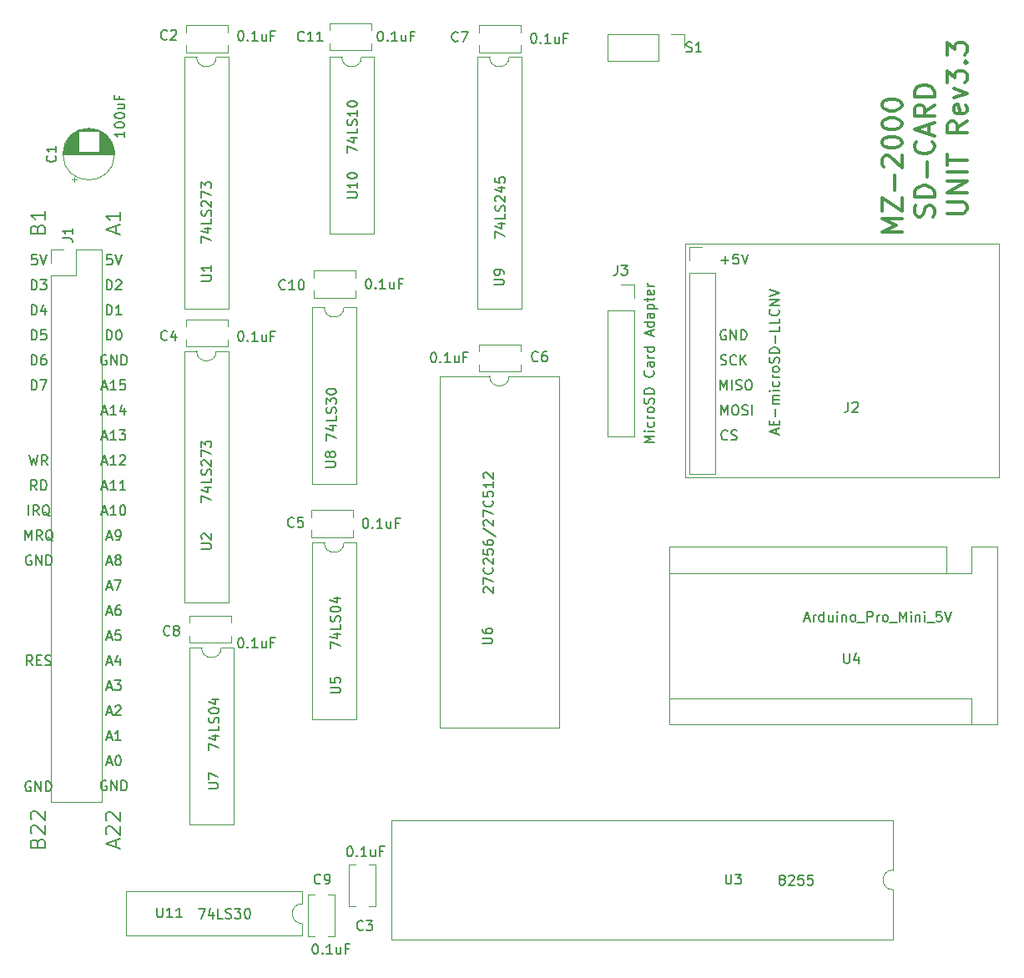
<source format=gto>
G04 #@! TF.GenerationSoftware,KiCad,Pcbnew,(5.1.9)-1*
G04 #@! TF.CreationDate,2022-12-08T13:25:57+09:00*
G04 #@! TF.ProjectId,MZ2000_SD,4d5a3230-3030-45f5-9344-2e6b69636164,rev?*
G04 #@! TF.SameCoordinates,PX53920b0PY93c3260*
G04 #@! TF.FileFunction,Legend,Top*
G04 #@! TF.FilePolarity,Positive*
%FSLAX46Y46*%
G04 Gerber Fmt 4.6, Leading zero omitted, Abs format (unit mm)*
G04 Created by KiCad (PCBNEW (5.1.9)-1) date 2022-12-08 13:25:57*
%MOMM*%
%LPD*%
G01*
G04 APERTURE LIST*
%ADD10C,0.150000*%
%ADD11C,0.300000*%
%ADD12C,0.120000*%
G04 APERTURE END LIST*
D10*
X18757142Y9147620D02*
X19423809Y9147620D01*
X18995238Y8147620D01*
X20233333Y8814286D02*
X20233333Y8147620D01*
X19995238Y9195239D02*
X19757142Y8480953D01*
X20376190Y8480953D01*
X21233333Y8147620D02*
X20757142Y8147620D01*
X20757142Y9147620D01*
X21519047Y8195239D02*
X21661904Y8147620D01*
X21900000Y8147620D01*
X21995238Y8195239D01*
X22042857Y8242858D01*
X22090476Y8338096D01*
X22090476Y8433334D01*
X22042857Y8528572D01*
X21995238Y8576191D01*
X21900000Y8623810D01*
X21709523Y8671429D01*
X21614285Y8719048D01*
X21566666Y8766667D01*
X21519047Y8861905D01*
X21519047Y8957143D01*
X21566666Y9052381D01*
X21614285Y9100000D01*
X21709523Y9147620D01*
X21947619Y9147620D01*
X22090476Y9100000D01*
X22423809Y9147620D02*
X23042857Y9147620D01*
X22709523Y8766667D01*
X22852380Y8766667D01*
X22947619Y8719048D01*
X22995238Y8671429D01*
X23042857Y8576191D01*
X23042857Y8338096D01*
X22995238Y8242858D01*
X22947619Y8195239D01*
X22852380Y8147620D01*
X22566666Y8147620D01*
X22471428Y8195239D01*
X22423809Y8242858D01*
X23661904Y9147620D02*
X23757142Y9147620D01*
X23852380Y9100000D01*
X23900000Y9052381D01*
X23947619Y8957143D01*
X23995238Y8766667D01*
X23995238Y8528572D01*
X23947619Y8338096D01*
X23900000Y8242858D01*
X23852380Y8195239D01*
X23757142Y8147620D01*
X23661904Y8147620D01*
X23566666Y8195239D01*
X23519047Y8242858D01*
X23471428Y8338096D01*
X23423809Y8528572D01*
X23423809Y8766667D01*
X23471428Y8957143D01*
X23519047Y9052381D01*
X23566666Y9100000D01*
X23661904Y9147620D01*
X19825380Y25226143D02*
X19825380Y25892810D01*
X20825380Y25464239D01*
X20158714Y26702334D02*
X20825380Y26702334D01*
X19777761Y26464239D02*
X20492047Y26226143D01*
X20492047Y26845191D01*
X20825380Y27702334D02*
X20825380Y27226143D01*
X19825380Y27226143D01*
X20777761Y27988048D02*
X20825380Y28130905D01*
X20825380Y28369000D01*
X20777761Y28464239D01*
X20730142Y28511858D01*
X20634904Y28559477D01*
X20539666Y28559477D01*
X20444428Y28511858D01*
X20396809Y28464239D01*
X20349190Y28369000D01*
X20301571Y28178524D01*
X20253952Y28083286D01*
X20206333Y28035667D01*
X20111095Y27988048D01*
X20015857Y27988048D01*
X19920619Y28035667D01*
X19873000Y28083286D01*
X19825380Y28178524D01*
X19825380Y28416620D01*
X19873000Y28559477D01*
X19825380Y29178524D02*
X19825380Y29273762D01*
X19873000Y29369000D01*
X19920619Y29416620D01*
X20015857Y29464239D01*
X20206333Y29511858D01*
X20444428Y29511858D01*
X20634904Y29464239D01*
X20730142Y29416620D01*
X20777761Y29369000D01*
X20825380Y29273762D01*
X20825380Y29178524D01*
X20777761Y29083286D01*
X20730142Y29035667D01*
X20634904Y28988048D01*
X20444428Y28940429D01*
X20206333Y28940429D01*
X20015857Y28988048D01*
X19920619Y29035667D01*
X19873000Y29083286D01*
X19825380Y29178524D01*
X20158714Y30369000D02*
X20825380Y30369000D01*
X19777761Y30130905D02*
X20492047Y29892810D01*
X20492047Y30511858D01*
X32125380Y35526143D02*
X32125380Y36192810D01*
X33125380Y35764239D01*
X32458714Y37002334D02*
X33125380Y37002334D01*
X32077761Y36764239D02*
X32792047Y36526143D01*
X32792047Y37145191D01*
X33125380Y38002334D02*
X33125380Y37526143D01*
X32125380Y37526143D01*
X33077761Y38288048D02*
X33125380Y38430905D01*
X33125380Y38669000D01*
X33077761Y38764239D01*
X33030142Y38811858D01*
X32934904Y38859477D01*
X32839666Y38859477D01*
X32744428Y38811858D01*
X32696809Y38764239D01*
X32649190Y38669000D01*
X32601571Y38478524D01*
X32553952Y38383286D01*
X32506333Y38335667D01*
X32411095Y38288048D01*
X32315857Y38288048D01*
X32220619Y38335667D01*
X32173000Y38383286D01*
X32125380Y38478524D01*
X32125380Y38716620D01*
X32173000Y38859477D01*
X32125380Y39478524D02*
X32125380Y39573762D01*
X32173000Y39669000D01*
X32220619Y39716620D01*
X32315857Y39764239D01*
X32506333Y39811858D01*
X32744428Y39811858D01*
X32934904Y39764239D01*
X33030142Y39716620D01*
X33077761Y39669000D01*
X33125380Y39573762D01*
X33125380Y39478524D01*
X33077761Y39383286D01*
X33030142Y39335667D01*
X32934904Y39288048D01*
X32744428Y39240429D01*
X32506333Y39240429D01*
X32315857Y39288048D01*
X32220619Y39335667D01*
X32173000Y39383286D01*
X32125380Y39478524D01*
X32458714Y40669000D02*
X33125380Y40669000D01*
X32077761Y40430905D02*
X32792047Y40192810D01*
X32792047Y40811858D01*
X31725380Y56657143D02*
X31725380Y57323810D01*
X32725380Y56895239D01*
X32058714Y58133334D02*
X32725380Y58133334D01*
X31677761Y57895239D02*
X32392047Y57657143D01*
X32392047Y58276191D01*
X32725380Y59133334D02*
X32725380Y58657143D01*
X31725380Y58657143D01*
X32677761Y59419048D02*
X32725380Y59561905D01*
X32725380Y59800000D01*
X32677761Y59895239D01*
X32630142Y59942858D01*
X32534904Y59990477D01*
X32439666Y59990477D01*
X32344428Y59942858D01*
X32296809Y59895239D01*
X32249190Y59800000D01*
X32201571Y59609524D01*
X32153952Y59514286D01*
X32106333Y59466667D01*
X32011095Y59419048D01*
X31915857Y59419048D01*
X31820619Y59466667D01*
X31773000Y59514286D01*
X31725380Y59609524D01*
X31725380Y59847620D01*
X31773000Y59990477D01*
X31725380Y60323810D02*
X31725380Y60942858D01*
X32106333Y60609524D01*
X32106333Y60752381D01*
X32153952Y60847620D01*
X32201571Y60895239D01*
X32296809Y60942858D01*
X32534904Y60942858D01*
X32630142Y60895239D01*
X32677761Y60847620D01*
X32725380Y60752381D01*
X32725380Y60466667D01*
X32677761Y60371429D01*
X32630142Y60323810D01*
X31725380Y61561905D02*
X31725380Y61657143D01*
X31773000Y61752381D01*
X31820619Y61800000D01*
X31915857Y61847620D01*
X32106333Y61895239D01*
X32344428Y61895239D01*
X32534904Y61847620D01*
X32630142Y61800000D01*
X32677761Y61752381D01*
X32725380Y61657143D01*
X32725380Y61561905D01*
X32677761Y61466667D01*
X32630142Y61419048D01*
X32534904Y61371429D01*
X32344428Y61323810D01*
X32106333Y61323810D01*
X31915857Y61371429D01*
X31820619Y61419048D01*
X31773000Y61466667D01*
X31725380Y61561905D01*
X33852380Y85857143D02*
X33852380Y86523810D01*
X34852380Y86095239D01*
X34185714Y87333334D02*
X34852380Y87333334D01*
X33804761Y87095239D02*
X34519047Y86857143D01*
X34519047Y87476191D01*
X34852380Y88333334D02*
X34852380Y87857143D01*
X33852380Y87857143D01*
X34804761Y88619048D02*
X34852380Y88761905D01*
X34852380Y89000000D01*
X34804761Y89095239D01*
X34757142Y89142858D01*
X34661904Y89190477D01*
X34566666Y89190477D01*
X34471428Y89142858D01*
X34423809Y89095239D01*
X34376190Y89000000D01*
X34328571Y88809524D01*
X34280952Y88714286D01*
X34233333Y88666667D01*
X34138095Y88619048D01*
X34042857Y88619048D01*
X33947619Y88666667D01*
X33900000Y88714286D01*
X33852380Y88809524D01*
X33852380Y89047620D01*
X33900000Y89190477D01*
X34852380Y90142858D02*
X34852380Y89571429D01*
X34852380Y89857143D02*
X33852380Y89857143D01*
X33995238Y89761905D01*
X34090476Y89666667D01*
X34138095Y89571429D01*
X33852380Y90761905D02*
X33852380Y90857143D01*
X33900000Y90952381D01*
X33947619Y91000000D01*
X34042857Y91047620D01*
X34233333Y91095239D01*
X34471428Y91095239D01*
X34661904Y91047620D01*
X34757142Y91000000D01*
X34804761Y90952381D01*
X34852380Y90857143D01*
X34852380Y90761905D01*
X34804761Y90666667D01*
X34757142Y90619048D01*
X34661904Y90571429D01*
X34471428Y90523810D01*
X34233333Y90523810D01*
X34042857Y90571429D01*
X33947619Y90619048D01*
X33900000Y90666667D01*
X33852380Y90761905D01*
X37157142Y98147620D02*
X37252380Y98147620D01*
X37347619Y98100000D01*
X37395238Y98052381D01*
X37442857Y97957143D01*
X37490476Y97766667D01*
X37490476Y97528572D01*
X37442857Y97338096D01*
X37395238Y97242858D01*
X37347619Y97195239D01*
X37252380Y97147620D01*
X37157142Y97147620D01*
X37061904Y97195239D01*
X37014285Y97242858D01*
X36966666Y97338096D01*
X36919047Y97528572D01*
X36919047Y97766667D01*
X36966666Y97957143D01*
X37014285Y98052381D01*
X37061904Y98100000D01*
X37157142Y98147620D01*
X37919047Y97242858D02*
X37966666Y97195239D01*
X37919047Y97147620D01*
X37871428Y97195239D01*
X37919047Y97242858D01*
X37919047Y97147620D01*
X38919047Y97147620D02*
X38347619Y97147620D01*
X38633333Y97147620D02*
X38633333Y98147620D01*
X38538095Y98004762D01*
X38442857Y97909524D01*
X38347619Y97861905D01*
X39776190Y97814286D02*
X39776190Y97147620D01*
X39347619Y97814286D02*
X39347619Y97290477D01*
X39395238Y97195239D01*
X39490476Y97147620D01*
X39633333Y97147620D01*
X39728571Y97195239D01*
X39776190Y97242858D01*
X40585714Y97671429D02*
X40252380Y97671429D01*
X40252380Y97147620D02*
X40252380Y98147620D01*
X40728571Y98147620D01*
X35957142Y73047620D02*
X36052380Y73047620D01*
X36147619Y73000000D01*
X36195238Y72952381D01*
X36242857Y72857143D01*
X36290476Y72666667D01*
X36290476Y72428572D01*
X36242857Y72238096D01*
X36195238Y72142858D01*
X36147619Y72095239D01*
X36052380Y72047620D01*
X35957142Y72047620D01*
X35861904Y72095239D01*
X35814285Y72142858D01*
X35766666Y72238096D01*
X35719047Y72428572D01*
X35719047Y72666667D01*
X35766666Y72857143D01*
X35814285Y72952381D01*
X35861904Y73000000D01*
X35957142Y73047620D01*
X36719047Y72142858D02*
X36766666Y72095239D01*
X36719047Y72047620D01*
X36671428Y72095239D01*
X36719047Y72142858D01*
X36719047Y72047620D01*
X37719047Y72047620D02*
X37147619Y72047620D01*
X37433333Y72047620D02*
X37433333Y73047620D01*
X37338095Y72904762D01*
X37242857Y72809524D01*
X37147619Y72761905D01*
X38576190Y72714286D02*
X38576190Y72047620D01*
X38147619Y72714286D02*
X38147619Y72190477D01*
X38195238Y72095239D01*
X38290476Y72047620D01*
X38433333Y72047620D01*
X38528571Y72095239D01*
X38576190Y72142858D01*
X39385714Y72571429D02*
X39052380Y72571429D01*
X39052380Y72047620D02*
X39052380Y73047620D01*
X39528571Y73047620D01*
X35657142Y48747620D02*
X35752380Y48747620D01*
X35847619Y48700000D01*
X35895238Y48652381D01*
X35942857Y48557143D01*
X35990476Y48366667D01*
X35990476Y48128572D01*
X35942857Y47938096D01*
X35895238Y47842858D01*
X35847619Y47795239D01*
X35752380Y47747620D01*
X35657142Y47747620D01*
X35561904Y47795239D01*
X35514285Y47842858D01*
X35466666Y47938096D01*
X35419047Y48128572D01*
X35419047Y48366667D01*
X35466666Y48557143D01*
X35514285Y48652381D01*
X35561904Y48700000D01*
X35657142Y48747620D01*
X36419047Y47842858D02*
X36466666Y47795239D01*
X36419047Y47747620D01*
X36371428Y47795239D01*
X36419047Y47842858D01*
X36419047Y47747620D01*
X37419047Y47747620D02*
X36847619Y47747620D01*
X37133333Y47747620D02*
X37133333Y48747620D01*
X37038095Y48604762D01*
X36942857Y48509524D01*
X36847619Y48461905D01*
X38276190Y48414286D02*
X38276190Y47747620D01*
X37847619Y48414286D02*
X37847619Y47890477D01*
X37895238Y47795239D01*
X37990476Y47747620D01*
X38133333Y47747620D01*
X38228571Y47795239D01*
X38276190Y47842858D01*
X39085714Y48271429D02*
X38752380Y48271429D01*
X38752380Y47747620D02*
X38752380Y48747620D01*
X39228571Y48747620D01*
X30557142Y5547620D02*
X30652380Y5547620D01*
X30747619Y5500000D01*
X30795238Y5452381D01*
X30842857Y5357143D01*
X30890476Y5166667D01*
X30890476Y4928572D01*
X30842857Y4738096D01*
X30795238Y4642858D01*
X30747619Y4595239D01*
X30652380Y4547620D01*
X30557142Y4547620D01*
X30461904Y4595239D01*
X30414285Y4642858D01*
X30366666Y4738096D01*
X30319047Y4928572D01*
X30319047Y5166667D01*
X30366666Y5357143D01*
X30414285Y5452381D01*
X30461904Y5500000D01*
X30557142Y5547620D01*
X31319047Y4642858D02*
X31366666Y4595239D01*
X31319047Y4547620D01*
X31271428Y4595239D01*
X31319047Y4642858D01*
X31319047Y4547620D01*
X32319047Y4547620D02*
X31747619Y4547620D01*
X32033333Y4547620D02*
X32033333Y5547620D01*
X31938095Y5404762D01*
X31842857Y5309524D01*
X31747619Y5261905D01*
X33176190Y5214286D02*
X33176190Y4547620D01*
X32747619Y5214286D02*
X32747619Y4690477D01*
X32795238Y4595239D01*
X32890476Y4547620D01*
X33033333Y4547620D01*
X33128571Y4595239D01*
X33176190Y4642858D01*
X33985714Y5071429D02*
X33652380Y5071429D01*
X33652380Y4547620D02*
X33652380Y5547620D01*
X34128571Y5547620D01*
X64968380Y56428691D02*
X63968380Y56428691D01*
X64682666Y56762024D01*
X63968380Y57095358D01*
X64968380Y57095358D01*
X64968380Y57571548D02*
X64301714Y57571548D01*
X63968380Y57571548D02*
X64016000Y57523929D01*
X64063619Y57571548D01*
X64016000Y57619167D01*
X63968380Y57571548D01*
X64063619Y57571548D01*
X64920761Y58476310D02*
X64968380Y58381072D01*
X64968380Y58190596D01*
X64920761Y58095358D01*
X64873142Y58047739D01*
X64777904Y58000120D01*
X64492190Y58000120D01*
X64396952Y58047739D01*
X64349333Y58095358D01*
X64301714Y58190596D01*
X64301714Y58381072D01*
X64349333Y58476310D01*
X64968380Y58904881D02*
X64301714Y58904881D01*
X64492190Y58904881D02*
X64396952Y58952500D01*
X64349333Y59000120D01*
X64301714Y59095358D01*
X64301714Y59190596D01*
X64968380Y59666786D02*
X64920761Y59571548D01*
X64873142Y59523929D01*
X64777904Y59476310D01*
X64492190Y59476310D01*
X64396952Y59523929D01*
X64349333Y59571548D01*
X64301714Y59666786D01*
X64301714Y59809643D01*
X64349333Y59904881D01*
X64396952Y59952500D01*
X64492190Y60000120D01*
X64777904Y60000120D01*
X64873142Y59952500D01*
X64920761Y59904881D01*
X64968380Y59809643D01*
X64968380Y59666786D01*
X64920761Y60381072D02*
X64968380Y60523929D01*
X64968380Y60762024D01*
X64920761Y60857262D01*
X64873142Y60904881D01*
X64777904Y60952500D01*
X64682666Y60952500D01*
X64587428Y60904881D01*
X64539809Y60857262D01*
X64492190Y60762024D01*
X64444571Y60571548D01*
X64396952Y60476310D01*
X64349333Y60428691D01*
X64254095Y60381072D01*
X64158857Y60381072D01*
X64063619Y60428691D01*
X64016000Y60476310D01*
X63968380Y60571548D01*
X63968380Y60809643D01*
X64016000Y60952500D01*
X64968380Y61381072D02*
X63968380Y61381072D01*
X63968380Y61619167D01*
X64016000Y61762024D01*
X64111238Y61857262D01*
X64206476Y61904881D01*
X64396952Y61952500D01*
X64539809Y61952500D01*
X64730285Y61904881D01*
X64825523Y61857262D01*
X64920761Y61762024D01*
X64968380Y61619167D01*
X64968380Y61381072D01*
X64873142Y63714405D02*
X64920761Y63666786D01*
X64968380Y63523929D01*
X64968380Y63428691D01*
X64920761Y63285834D01*
X64825523Y63190596D01*
X64730285Y63142977D01*
X64539809Y63095358D01*
X64396952Y63095358D01*
X64206476Y63142977D01*
X64111238Y63190596D01*
X64016000Y63285834D01*
X63968380Y63428691D01*
X63968380Y63523929D01*
X64016000Y63666786D01*
X64063619Y63714405D01*
X64968380Y64571548D02*
X64444571Y64571548D01*
X64349333Y64523929D01*
X64301714Y64428691D01*
X64301714Y64238215D01*
X64349333Y64142977D01*
X64920761Y64571548D02*
X64968380Y64476310D01*
X64968380Y64238215D01*
X64920761Y64142977D01*
X64825523Y64095358D01*
X64730285Y64095358D01*
X64635047Y64142977D01*
X64587428Y64238215D01*
X64587428Y64476310D01*
X64539809Y64571548D01*
X64968380Y65047739D02*
X64301714Y65047739D01*
X64492190Y65047739D02*
X64396952Y65095358D01*
X64349333Y65142977D01*
X64301714Y65238215D01*
X64301714Y65333453D01*
X64968380Y66095358D02*
X63968380Y66095358D01*
X64920761Y66095358D02*
X64968380Y66000120D01*
X64968380Y65809643D01*
X64920761Y65714405D01*
X64873142Y65666786D01*
X64777904Y65619167D01*
X64492190Y65619167D01*
X64396952Y65666786D01*
X64349333Y65714405D01*
X64301714Y65809643D01*
X64301714Y66000120D01*
X64349333Y66095358D01*
X64682666Y67285834D02*
X64682666Y67762024D01*
X64968380Y67190596D02*
X63968380Y67523929D01*
X64968380Y67857262D01*
X64968380Y68619167D02*
X63968380Y68619167D01*
X64920761Y68619167D02*
X64968380Y68523929D01*
X64968380Y68333453D01*
X64920761Y68238215D01*
X64873142Y68190596D01*
X64777904Y68142977D01*
X64492190Y68142977D01*
X64396952Y68190596D01*
X64349333Y68238215D01*
X64301714Y68333453D01*
X64301714Y68523929D01*
X64349333Y68619167D01*
X64968380Y69523929D02*
X64444571Y69523929D01*
X64349333Y69476310D01*
X64301714Y69381072D01*
X64301714Y69190596D01*
X64349333Y69095358D01*
X64920761Y69523929D02*
X64968380Y69428691D01*
X64968380Y69190596D01*
X64920761Y69095358D01*
X64825523Y69047739D01*
X64730285Y69047739D01*
X64635047Y69095358D01*
X64587428Y69190596D01*
X64587428Y69428691D01*
X64539809Y69523929D01*
X64301714Y70000120D02*
X65301714Y70000120D01*
X64349333Y70000120D02*
X64301714Y70095358D01*
X64301714Y70285834D01*
X64349333Y70381072D01*
X64396952Y70428691D01*
X64492190Y70476310D01*
X64777904Y70476310D01*
X64873142Y70428691D01*
X64920761Y70381072D01*
X64968380Y70285834D01*
X64968380Y70095358D01*
X64920761Y70000120D01*
X64301714Y70762024D02*
X64301714Y71142977D01*
X63968380Y70904881D02*
X64825523Y70904881D01*
X64920761Y70952500D01*
X64968380Y71047739D01*
X64968380Y71142977D01*
X64920761Y71857262D02*
X64968380Y71762024D01*
X64968380Y71571548D01*
X64920761Y71476310D01*
X64825523Y71428691D01*
X64444571Y71428691D01*
X64349333Y71476310D01*
X64301714Y71571548D01*
X64301714Y71762024D01*
X64349333Y71857262D01*
X64444571Y71904881D01*
X64539809Y71904881D01*
X64635047Y71428691D01*
X64968380Y72333453D02*
X64301714Y72333453D01*
X64492190Y72333453D02*
X64396952Y72381072D01*
X64349333Y72428691D01*
X64301714Y72523929D01*
X64301714Y72619167D01*
X71802785Y74922072D02*
X72564690Y74922072D01*
X72183738Y74541120D02*
X72183738Y75303024D01*
X73517071Y75541120D02*
X73040880Y75541120D01*
X72993261Y75064929D01*
X73040880Y75112548D01*
X73136119Y75160167D01*
X73374214Y75160167D01*
X73469452Y75112548D01*
X73517071Y75064929D01*
X73564690Y74969691D01*
X73564690Y74731596D01*
X73517071Y74636358D01*
X73469452Y74588739D01*
X73374214Y74541120D01*
X73136119Y74541120D01*
X73040880Y74588739D01*
X72993261Y74636358D01*
X73850404Y75541120D02*
X74183738Y74541120D01*
X74517071Y75541120D01*
X72413833Y56792858D02*
X72366214Y56745239D01*
X72223357Y56697620D01*
X72128119Y56697620D01*
X71985261Y56745239D01*
X71890023Y56840477D01*
X71842404Y56935715D01*
X71794785Y57126191D01*
X71794785Y57269048D01*
X71842404Y57459524D01*
X71890023Y57554762D01*
X71985261Y57650000D01*
X72128119Y57697620D01*
X72223357Y57697620D01*
X72366214Y57650000D01*
X72413833Y57602381D01*
X72794785Y56745239D02*
X72937642Y56697620D01*
X73175738Y56697620D01*
X73270976Y56745239D01*
X73318595Y56792858D01*
X73366214Y56888096D01*
X73366214Y56983334D01*
X73318595Y57078572D01*
X73270976Y57126191D01*
X73175738Y57173810D01*
X72985261Y57221429D01*
X72890023Y57269048D01*
X72842404Y57316667D01*
X72794785Y57411905D01*
X72794785Y57507143D01*
X72842404Y57602381D01*
X72890023Y57650000D01*
X72985261Y57697620D01*
X73223357Y57697620D01*
X73366214Y57650000D01*
X71771071Y59237620D02*
X71771071Y60237620D01*
X72104404Y59523334D01*
X72437738Y60237620D01*
X72437738Y59237620D01*
X73104404Y60237620D02*
X73294880Y60237620D01*
X73390119Y60190000D01*
X73485357Y60094762D01*
X73532976Y59904286D01*
X73532976Y59570953D01*
X73485357Y59380477D01*
X73390119Y59285239D01*
X73294880Y59237620D01*
X73104404Y59237620D01*
X73009166Y59285239D01*
X72913928Y59380477D01*
X72866309Y59570953D01*
X72866309Y59904286D01*
X72913928Y60094762D01*
X73009166Y60190000D01*
X73104404Y60237620D01*
X73913928Y59285239D02*
X74056785Y59237620D01*
X74294880Y59237620D01*
X74390119Y59285239D01*
X74437738Y59332858D01*
X74485357Y59428096D01*
X74485357Y59523334D01*
X74437738Y59618572D01*
X74390119Y59666191D01*
X74294880Y59713810D01*
X74104404Y59761429D01*
X74009166Y59809048D01*
X73961547Y59856667D01*
X73913928Y59951905D01*
X73913928Y60047143D01*
X73961547Y60142381D01*
X74009166Y60190000D01*
X74104404Y60237620D01*
X74342500Y60237620D01*
X74485357Y60190000D01*
X74913928Y59237620D02*
X74913928Y60237620D01*
X71707571Y61777620D02*
X71707571Y62777620D01*
X72040904Y62063334D01*
X72374238Y62777620D01*
X72374238Y61777620D01*
X72850428Y61777620D02*
X72850428Y62777620D01*
X73279000Y61825239D02*
X73421857Y61777620D01*
X73659952Y61777620D01*
X73755190Y61825239D01*
X73802809Y61872858D01*
X73850428Y61968096D01*
X73850428Y62063334D01*
X73802809Y62158572D01*
X73755190Y62206191D01*
X73659952Y62253810D01*
X73469476Y62301429D01*
X73374238Y62349048D01*
X73326619Y62396667D01*
X73279000Y62491905D01*
X73279000Y62587143D01*
X73326619Y62682381D01*
X73374238Y62730000D01*
X73469476Y62777620D01*
X73707571Y62777620D01*
X73850428Y62730000D01*
X74469476Y62777620D02*
X74659952Y62777620D01*
X74755190Y62730000D01*
X74850428Y62634762D01*
X74898047Y62444286D01*
X74898047Y62110953D01*
X74850428Y61920477D01*
X74755190Y61825239D01*
X74659952Y61777620D01*
X74469476Y61777620D01*
X74374238Y61825239D01*
X74279000Y61920477D01*
X74231380Y62110953D01*
X74231380Y62444286D01*
X74279000Y62634762D01*
X74374238Y62730000D01*
X74469476Y62777620D01*
X71739285Y64365239D02*
X71882142Y64317620D01*
X72120238Y64317620D01*
X72215476Y64365239D01*
X72263095Y64412858D01*
X72310714Y64508096D01*
X72310714Y64603334D01*
X72263095Y64698572D01*
X72215476Y64746191D01*
X72120238Y64793810D01*
X71929761Y64841429D01*
X71834523Y64889048D01*
X71786904Y64936667D01*
X71739285Y65031905D01*
X71739285Y65127143D01*
X71786904Y65222381D01*
X71834523Y65270000D01*
X71929761Y65317620D01*
X72167857Y65317620D01*
X72310714Y65270000D01*
X73310714Y64412858D02*
X73263095Y64365239D01*
X73120238Y64317620D01*
X73025000Y64317620D01*
X72882142Y64365239D01*
X72786904Y64460477D01*
X72739285Y64555715D01*
X72691666Y64746191D01*
X72691666Y64889048D01*
X72739285Y65079524D01*
X72786904Y65174762D01*
X72882142Y65270000D01*
X73025000Y65317620D01*
X73120238Y65317620D01*
X73263095Y65270000D01*
X73310714Y65222381D01*
X73739285Y64317620D02*
X73739285Y65317620D01*
X74310714Y64317620D02*
X73882142Y64889048D01*
X74310714Y65317620D02*
X73739285Y64746191D01*
X72263095Y67810000D02*
X72167857Y67857620D01*
X72025000Y67857620D01*
X71882142Y67810000D01*
X71786904Y67714762D01*
X71739285Y67619524D01*
X71691666Y67429048D01*
X71691666Y67286191D01*
X71739285Y67095715D01*
X71786904Y67000477D01*
X71882142Y66905239D01*
X72025000Y66857620D01*
X72120238Y66857620D01*
X72263095Y66905239D01*
X72310714Y66952858D01*
X72310714Y67286191D01*
X72120238Y67286191D01*
X72739285Y66857620D02*
X72739285Y67857620D01*
X73310714Y66857620D01*
X73310714Y67857620D01*
X73786904Y66857620D02*
X73786904Y67857620D01*
X74025000Y67857620D01*
X74167857Y67810000D01*
X74263095Y67714762D01*
X74310714Y67619524D01*
X74358333Y67429048D01*
X74358333Y67286191D01*
X74310714Y67095715D01*
X74263095Y67000477D01*
X74167857Y66905239D01*
X74025000Y66857620D01*
X73786904Y66857620D01*
X80225238Y38568334D02*
X80701428Y38568334D01*
X80130000Y38282620D02*
X80463333Y39282620D01*
X80796666Y38282620D01*
X81130000Y38282620D02*
X81130000Y38949286D01*
X81130000Y38758810D02*
X81177619Y38854048D01*
X81225238Y38901667D01*
X81320476Y38949286D01*
X81415714Y38949286D01*
X82177619Y38282620D02*
X82177619Y39282620D01*
X82177619Y38330239D02*
X82082380Y38282620D01*
X81891904Y38282620D01*
X81796666Y38330239D01*
X81749047Y38377858D01*
X81701428Y38473096D01*
X81701428Y38758810D01*
X81749047Y38854048D01*
X81796666Y38901667D01*
X81891904Y38949286D01*
X82082380Y38949286D01*
X82177619Y38901667D01*
X83082380Y38949286D02*
X83082380Y38282620D01*
X82653809Y38949286D02*
X82653809Y38425477D01*
X82701428Y38330239D01*
X82796666Y38282620D01*
X82939523Y38282620D01*
X83034761Y38330239D01*
X83082380Y38377858D01*
X83558571Y38282620D02*
X83558571Y38949286D01*
X83558571Y39282620D02*
X83510952Y39235000D01*
X83558571Y39187381D01*
X83606190Y39235000D01*
X83558571Y39282620D01*
X83558571Y39187381D01*
X84034761Y38949286D02*
X84034761Y38282620D01*
X84034761Y38854048D02*
X84082380Y38901667D01*
X84177619Y38949286D01*
X84320476Y38949286D01*
X84415714Y38901667D01*
X84463333Y38806429D01*
X84463333Y38282620D01*
X85082380Y38282620D02*
X84987142Y38330239D01*
X84939523Y38377858D01*
X84891904Y38473096D01*
X84891904Y38758810D01*
X84939523Y38854048D01*
X84987142Y38901667D01*
X85082380Y38949286D01*
X85225238Y38949286D01*
X85320476Y38901667D01*
X85368095Y38854048D01*
X85415714Y38758810D01*
X85415714Y38473096D01*
X85368095Y38377858D01*
X85320476Y38330239D01*
X85225238Y38282620D01*
X85082380Y38282620D01*
X85606190Y38187381D02*
X86368095Y38187381D01*
X86606190Y38282620D02*
X86606190Y39282620D01*
X86987142Y39282620D01*
X87082380Y39235000D01*
X87130000Y39187381D01*
X87177619Y39092143D01*
X87177619Y38949286D01*
X87130000Y38854048D01*
X87082380Y38806429D01*
X86987142Y38758810D01*
X86606190Y38758810D01*
X87606190Y38282620D02*
X87606190Y38949286D01*
X87606190Y38758810D02*
X87653809Y38854048D01*
X87701428Y38901667D01*
X87796666Y38949286D01*
X87891904Y38949286D01*
X88368095Y38282620D02*
X88272857Y38330239D01*
X88225238Y38377858D01*
X88177619Y38473096D01*
X88177619Y38758810D01*
X88225238Y38854048D01*
X88272857Y38901667D01*
X88368095Y38949286D01*
X88510952Y38949286D01*
X88606190Y38901667D01*
X88653809Y38854048D01*
X88701428Y38758810D01*
X88701428Y38473096D01*
X88653809Y38377858D01*
X88606190Y38330239D01*
X88510952Y38282620D01*
X88368095Y38282620D01*
X88891904Y38187381D02*
X89653809Y38187381D01*
X89891904Y38282620D02*
X89891904Y39282620D01*
X90225238Y38568334D01*
X90558571Y39282620D01*
X90558571Y38282620D01*
X91034761Y38282620D02*
X91034761Y38949286D01*
X91034761Y39282620D02*
X90987142Y39235000D01*
X91034761Y39187381D01*
X91082380Y39235000D01*
X91034761Y39282620D01*
X91034761Y39187381D01*
X91510952Y38949286D02*
X91510952Y38282620D01*
X91510952Y38854048D02*
X91558571Y38901667D01*
X91653809Y38949286D01*
X91796666Y38949286D01*
X91891904Y38901667D01*
X91939523Y38806429D01*
X91939523Y38282620D01*
X92415714Y38282620D02*
X92415714Y38949286D01*
X92415714Y39282620D02*
X92368095Y39235000D01*
X92415714Y39187381D01*
X92463333Y39235000D01*
X92415714Y39282620D01*
X92415714Y39187381D01*
X92653809Y38187381D02*
X93415714Y38187381D01*
X94130000Y39282620D02*
X93653809Y39282620D01*
X93606190Y38806429D01*
X93653809Y38854048D01*
X93749047Y38901667D01*
X93987142Y38901667D01*
X94082380Y38854048D01*
X94130000Y38806429D01*
X94177619Y38711191D01*
X94177619Y38473096D01*
X94130000Y38377858D01*
X94082380Y38330239D01*
X93987142Y38282620D01*
X93749047Y38282620D01*
X93653809Y38330239D01*
X93606190Y38377858D01*
X94463333Y39282620D02*
X94796666Y38282620D01*
X95130000Y39282620D01*
X11247380Y87987381D02*
X11247380Y87415953D01*
X11247380Y87701667D02*
X10247380Y87701667D01*
X10390238Y87606429D01*
X10485476Y87511191D01*
X10533095Y87415953D01*
X10247380Y88606429D02*
X10247380Y88701667D01*
X10295000Y88796905D01*
X10342619Y88844524D01*
X10437857Y88892143D01*
X10628333Y88939762D01*
X10866428Y88939762D01*
X11056904Y88892143D01*
X11152142Y88844524D01*
X11199761Y88796905D01*
X11247380Y88701667D01*
X11247380Y88606429D01*
X11199761Y88511191D01*
X11152142Y88463572D01*
X11056904Y88415953D01*
X10866428Y88368334D01*
X10628333Y88368334D01*
X10437857Y88415953D01*
X10342619Y88463572D01*
X10295000Y88511191D01*
X10247380Y88606429D01*
X10247380Y89558810D02*
X10247380Y89654048D01*
X10295000Y89749286D01*
X10342619Y89796905D01*
X10437857Y89844524D01*
X10628333Y89892143D01*
X10866428Y89892143D01*
X11056904Y89844524D01*
X11152142Y89796905D01*
X11199761Y89749286D01*
X11247380Y89654048D01*
X11247380Y89558810D01*
X11199761Y89463572D01*
X11152142Y89415953D01*
X11056904Y89368334D01*
X10866428Y89320715D01*
X10628333Y89320715D01*
X10437857Y89368334D01*
X10342619Y89415953D01*
X10295000Y89463572D01*
X10247380Y89558810D01*
X10580714Y90749286D02*
X11247380Y90749286D01*
X10580714Y90320715D02*
X11104523Y90320715D01*
X11199761Y90368334D01*
X11247380Y90463572D01*
X11247380Y90606429D01*
X11199761Y90701667D01*
X11152142Y90749286D01*
X10723571Y91558810D02*
X10723571Y91225477D01*
X11247380Y91225477D02*
X10247380Y91225477D01*
X10247380Y91701667D01*
X19052380Y76680953D02*
X19052380Y77347620D01*
X20052380Y76919048D01*
X19385714Y78157143D02*
X20052380Y78157143D01*
X19004761Y77919048D02*
X19719047Y77680953D01*
X19719047Y78300000D01*
X20052380Y79157143D02*
X20052380Y78680953D01*
X19052380Y78680953D01*
X20004761Y79442858D02*
X20052380Y79585715D01*
X20052380Y79823810D01*
X20004761Y79919048D01*
X19957142Y79966667D01*
X19861904Y80014286D01*
X19766666Y80014286D01*
X19671428Y79966667D01*
X19623809Y79919048D01*
X19576190Y79823810D01*
X19528571Y79633334D01*
X19480952Y79538096D01*
X19433333Y79490477D01*
X19338095Y79442858D01*
X19242857Y79442858D01*
X19147619Y79490477D01*
X19100000Y79538096D01*
X19052380Y79633334D01*
X19052380Y79871429D01*
X19100000Y80014286D01*
X19147619Y80395239D02*
X19100000Y80442858D01*
X19052380Y80538096D01*
X19052380Y80776191D01*
X19100000Y80871429D01*
X19147619Y80919048D01*
X19242857Y80966667D01*
X19338095Y80966667D01*
X19480952Y80919048D01*
X20052380Y80347620D01*
X20052380Y80966667D01*
X19052380Y81300000D02*
X19052380Y81966667D01*
X20052380Y81538096D01*
X19052380Y82252381D02*
X19052380Y82871429D01*
X19433333Y82538096D01*
X19433333Y82680953D01*
X19480952Y82776191D01*
X19528571Y82823810D01*
X19623809Y82871429D01*
X19861904Y82871429D01*
X19957142Y82823810D01*
X20004761Y82776191D01*
X20052380Y82680953D01*
X20052380Y82395239D01*
X20004761Y82300000D01*
X19957142Y82252381D01*
X19052380Y50380953D02*
X19052380Y51047620D01*
X20052380Y50619048D01*
X19385714Y51857143D02*
X20052380Y51857143D01*
X19004761Y51619048D02*
X19719047Y51380953D01*
X19719047Y52000000D01*
X20052380Y52857143D02*
X20052380Y52380953D01*
X19052380Y52380953D01*
X20004761Y53142858D02*
X20052380Y53285715D01*
X20052380Y53523810D01*
X20004761Y53619048D01*
X19957142Y53666667D01*
X19861904Y53714286D01*
X19766666Y53714286D01*
X19671428Y53666667D01*
X19623809Y53619048D01*
X19576190Y53523810D01*
X19528571Y53333334D01*
X19480952Y53238096D01*
X19433333Y53190477D01*
X19338095Y53142858D01*
X19242857Y53142858D01*
X19147619Y53190477D01*
X19100000Y53238096D01*
X19052380Y53333334D01*
X19052380Y53571429D01*
X19100000Y53714286D01*
X19147619Y54095239D02*
X19100000Y54142858D01*
X19052380Y54238096D01*
X19052380Y54476191D01*
X19100000Y54571429D01*
X19147619Y54619048D01*
X19242857Y54666667D01*
X19338095Y54666667D01*
X19480952Y54619048D01*
X20052380Y54047620D01*
X20052380Y54666667D01*
X19052380Y55000000D02*
X19052380Y55666667D01*
X20052380Y55238096D01*
X19052380Y55952381D02*
X19052380Y56571429D01*
X19433333Y56238096D01*
X19433333Y56380953D01*
X19480952Y56476191D01*
X19528571Y56523810D01*
X19623809Y56571429D01*
X19861904Y56571429D01*
X19957142Y56523810D01*
X20004761Y56476191D01*
X20052380Y56380953D01*
X20052380Y56095239D01*
X20004761Y56000000D01*
X19957142Y55952381D01*
X77876190Y12119048D02*
X77780952Y12166667D01*
X77733333Y12214286D01*
X77685714Y12309524D01*
X77685714Y12357143D01*
X77733333Y12452381D01*
X77780952Y12500000D01*
X77876190Y12547620D01*
X78066666Y12547620D01*
X78161904Y12500000D01*
X78209523Y12452381D01*
X78257142Y12357143D01*
X78257142Y12309524D01*
X78209523Y12214286D01*
X78161904Y12166667D01*
X78066666Y12119048D01*
X77876190Y12119048D01*
X77780952Y12071429D01*
X77733333Y12023810D01*
X77685714Y11928572D01*
X77685714Y11738096D01*
X77733333Y11642858D01*
X77780952Y11595239D01*
X77876190Y11547620D01*
X78066666Y11547620D01*
X78161904Y11595239D01*
X78209523Y11642858D01*
X78257142Y11738096D01*
X78257142Y11928572D01*
X78209523Y12023810D01*
X78161904Y12071429D01*
X78066666Y12119048D01*
X78638095Y12452381D02*
X78685714Y12500000D01*
X78780952Y12547620D01*
X79019047Y12547620D01*
X79114285Y12500000D01*
X79161904Y12452381D01*
X79209523Y12357143D01*
X79209523Y12261905D01*
X79161904Y12119048D01*
X78590476Y11547620D01*
X79209523Y11547620D01*
X80114285Y12547620D02*
X79638095Y12547620D01*
X79590476Y12071429D01*
X79638095Y12119048D01*
X79733333Y12166667D01*
X79971428Y12166667D01*
X80066666Y12119048D01*
X80114285Y12071429D01*
X80161904Y11976191D01*
X80161904Y11738096D01*
X80114285Y11642858D01*
X80066666Y11595239D01*
X79971428Y11547620D01*
X79733333Y11547620D01*
X79638095Y11595239D01*
X79590476Y11642858D01*
X81066666Y12547620D02*
X80590476Y12547620D01*
X80542857Y12071429D01*
X80590476Y12119048D01*
X80685714Y12166667D01*
X80923809Y12166667D01*
X81019047Y12119048D01*
X81066666Y12071429D01*
X81114285Y11976191D01*
X81114285Y11738096D01*
X81066666Y11642858D01*
X81019047Y11595239D01*
X80923809Y11547620D01*
X80685714Y11547620D01*
X80590476Y11595239D01*
X80542857Y11642858D01*
X48852380Y77180953D02*
X48852380Y77847620D01*
X49852380Y77419048D01*
X49185714Y78657143D02*
X49852380Y78657143D01*
X48804761Y78419048D02*
X49519047Y78180953D01*
X49519047Y78800000D01*
X49852380Y79657143D02*
X49852380Y79180953D01*
X48852380Y79180953D01*
X49804761Y79942858D02*
X49852380Y80085715D01*
X49852380Y80323810D01*
X49804761Y80419048D01*
X49757142Y80466667D01*
X49661904Y80514286D01*
X49566666Y80514286D01*
X49471428Y80466667D01*
X49423809Y80419048D01*
X49376190Y80323810D01*
X49328571Y80133334D01*
X49280952Y80038096D01*
X49233333Y79990477D01*
X49138095Y79942858D01*
X49042857Y79942858D01*
X48947619Y79990477D01*
X48900000Y80038096D01*
X48852380Y80133334D01*
X48852380Y80371429D01*
X48900000Y80514286D01*
X48947619Y80895239D02*
X48900000Y80942858D01*
X48852380Y81038096D01*
X48852380Y81276191D01*
X48900000Y81371429D01*
X48947619Y81419048D01*
X49042857Y81466667D01*
X49138095Y81466667D01*
X49280952Y81419048D01*
X49852380Y80847620D01*
X49852380Y81466667D01*
X49185714Y82323810D02*
X49852380Y82323810D01*
X48804761Y82085715D02*
X49519047Y81847620D01*
X49519047Y82466667D01*
X48852380Y83323810D02*
X48852380Y82847620D01*
X49328571Y82800000D01*
X49280952Y82847620D01*
X49233333Y82942858D01*
X49233333Y83180953D01*
X49280952Y83276191D01*
X49328571Y83323810D01*
X49423809Y83371429D01*
X49661904Y83371429D01*
X49757142Y83323810D01*
X49804761Y83276191D01*
X49852380Y83180953D01*
X49852380Y82942858D01*
X49804761Y82847620D01*
X49757142Y82800000D01*
X47747619Y41204762D02*
X47700000Y41252381D01*
X47652380Y41347620D01*
X47652380Y41585715D01*
X47700000Y41680953D01*
X47747619Y41728572D01*
X47842857Y41776191D01*
X47938095Y41776191D01*
X48080952Y41728572D01*
X48652380Y41157143D01*
X48652380Y41776191D01*
X47652380Y42109524D02*
X47652380Y42776191D01*
X48652380Y42347620D01*
X48557142Y43728572D02*
X48604761Y43680953D01*
X48652380Y43538096D01*
X48652380Y43442858D01*
X48604761Y43300000D01*
X48509523Y43204762D01*
X48414285Y43157143D01*
X48223809Y43109524D01*
X48080952Y43109524D01*
X47890476Y43157143D01*
X47795238Y43204762D01*
X47700000Y43300000D01*
X47652380Y43442858D01*
X47652380Y43538096D01*
X47700000Y43680953D01*
X47747619Y43728572D01*
X47747619Y44109524D02*
X47700000Y44157143D01*
X47652380Y44252381D01*
X47652380Y44490477D01*
X47700000Y44585715D01*
X47747619Y44633334D01*
X47842857Y44680953D01*
X47938095Y44680953D01*
X48080952Y44633334D01*
X48652380Y44061905D01*
X48652380Y44680953D01*
X47652380Y45585715D02*
X47652380Y45109524D01*
X48128571Y45061905D01*
X48080952Y45109524D01*
X48033333Y45204762D01*
X48033333Y45442858D01*
X48080952Y45538096D01*
X48128571Y45585715D01*
X48223809Y45633334D01*
X48461904Y45633334D01*
X48557142Y45585715D01*
X48604761Y45538096D01*
X48652380Y45442858D01*
X48652380Y45204762D01*
X48604761Y45109524D01*
X48557142Y45061905D01*
X47652380Y46490477D02*
X47652380Y46300000D01*
X47700000Y46204762D01*
X47747619Y46157143D01*
X47890476Y46061905D01*
X48080952Y46014286D01*
X48461904Y46014286D01*
X48557142Y46061905D01*
X48604761Y46109524D01*
X48652380Y46204762D01*
X48652380Y46395239D01*
X48604761Y46490477D01*
X48557142Y46538096D01*
X48461904Y46585715D01*
X48223809Y46585715D01*
X48128571Y46538096D01*
X48080952Y46490477D01*
X48033333Y46395239D01*
X48033333Y46204762D01*
X48080952Y46109524D01*
X48128571Y46061905D01*
X48223809Y46014286D01*
X47604761Y47728572D02*
X48890476Y46871429D01*
X47747619Y48014286D02*
X47700000Y48061905D01*
X47652380Y48157143D01*
X47652380Y48395239D01*
X47700000Y48490477D01*
X47747619Y48538096D01*
X47842857Y48585715D01*
X47938095Y48585715D01*
X48080952Y48538096D01*
X48652380Y47966667D01*
X48652380Y48585715D01*
X47652380Y48919048D02*
X47652380Y49585715D01*
X48652380Y49157143D01*
X48557142Y50538096D02*
X48604761Y50490477D01*
X48652380Y50347620D01*
X48652380Y50252381D01*
X48604761Y50109524D01*
X48509523Y50014286D01*
X48414285Y49966667D01*
X48223809Y49919048D01*
X48080952Y49919048D01*
X47890476Y49966667D01*
X47795238Y50014286D01*
X47700000Y50109524D01*
X47652380Y50252381D01*
X47652380Y50347620D01*
X47700000Y50490477D01*
X47747619Y50538096D01*
X47652380Y51442858D02*
X47652380Y50966667D01*
X48128571Y50919048D01*
X48080952Y50966667D01*
X48033333Y51061905D01*
X48033333Y51300000D01*
X48080952Y51395239D01*
X48128571Y51442858D01*
X48223809Y51490477D01*
X48461904Y51490477D01*
X48557142Y51442858D01*
X48604761Y51395239D01*
X48652380Y51300000D01*
X48652380Y51061905D01*
X48604761Y50966667D01*
X48557142Y50919048D01*
X48652380Y52442858D02*
X48652380Y51871429D01*
X48652380Y52157143D02*
X47652380Y52157143D01*
X47795238Y52061905D01*
X47890476Y51966667D01*
X47938095Y51871429D01*
X47747619Y52823810D02*
X47700000Y52871429D01*
X47652380Y52966667D01*
X47652380Y53204762D01*
X47700000Y53300000D01*
X47747619Y53347620D01*
X47842857Y53395239D01*
X47938095Y53395239D01*
X48080952Y53347620D01*
X48652380Y52776191D01*
X48652380Y53395239D01*
X34057142Y15447620D02*
X34152380Y15447620D01*
X34247619Y15400000D01*
X34295238Y15352381D01*
X34342857Y15257143D01*
X34390476Y15066667D01*
X34390476Y14828572D01*
X34342857Y14638096D01*
X34295238Y14542858D01*
X34247619Y14495239D01*
X34152380Y14447620D01*
X34057142Y14447620D01*
X33961904Y14495239D01*
X33914285Y14542858D01*
X33866666Y14638096D01*
X33819047Y14828572D01*
X33819047Y15066667D01*
X33866666Y15257143D01*
X33914285Y15352381D01*
X33961904Y15400000D01*
X34057142Y15447620D01*
X34819047Y14542858D02*
X34866666Y14495239D01*
X34819047Y14447620D01*
X34771428Y14495239D01*
X34819047Y14542858D01*
X34819047Y14447620D01*
X35819047Y14447620D02*
X35247619Y14447620D01*
X35533333Y14447620D02*
X35533333Y15447620D01*
X35438095Y15304762D01*
X35342857Y15209524D01*
X35247619Y15161905D01*
X36676190Y15114286D02*
X36676190Y14447620D01*
X36247619Y15114286D02*
X36247619Y14590477D01*
X36295238Y14495239D01*
X36390476Y14447620D01*
X36533333Y14447620D01*
X36628571Y14495239D01*
X36676190Y14542858D01*
X37485714Y14971429D02*
X37152380Y14971429D01*
X37152380Y14447620D02*
X37152380Y15447620D01*
X37628571Y15447620D01*
X22995142Y36615620D02*
X23090380Y36615620D01*
X23185619Y36568000D01*
X23233238Y36520381D01*
X23280857Y36425143D01*
X23328476Y36234667D01*
X23328476Y35996572D01*
X23280857Y35806096D01*
X23233238Y35710858D01*
X23185619Y35663239D01*
X23090380Y35615620D01*
X22995142Y35615620D01*
X22899904Y35663239D01*
X22852285Y35710858D01*
X22804666Y35806096D01*
X22757047Y35996572D01*
X22757047Y36234667D01*
X22804666Y36425143D01*
X22852285Y36520381D01*
X22899904Y36568000D01*
X22995142Y36615620D01*
X23757047Y35710858D02*
X23804666Y35663239D01*
X23757047Y35615620D01*
X23709428Y35663239D01*
X23757047Y35710858D01*
X23757047Y35615620D01*
X24757047Y35615620D02*
X24185619Y35615620D01*
X24471333Y35615620D02*
X24471333Y36615620D01*
X24376095Y36472762D01*
X24280857Y36377524D01*
X24185619Y36329905D01*
X25614190Y36282286D02*
X25614190Y35615620D01*
X25185619Y36282286D02*
X25185619Y35758477D01*
X25233238Y35663239D01*
X25328476Y35615620D01*
X25471333Y35615620D01*
X25566571Y35663239D01*
X25614190Y35710858D01*
X26423714Y36139429D02*
X26090380Y36139429D01*
X26090380Y35615620D02*
X26090380Y36615620D01*
X26566571Y36615620D01*
X42553142Y65571620D02*
X42648380Y65571620D01*
X42743619Y65524000D01*
X42791238Y65476381D01*
X42838857Y65381143D01*
X42886476Y65190667D01*
X42886476Y64952572D01*
X42838857Y64762096D01*
X42791238Y64666858D01*
X42743619Y64619239D01*
X42648380Y64571620D01*
X42553142Y64571620D01*
X42457904Y64619239D01*
X42410285Y64666858D01*
X42362666Y64762096D01*
X42315047Y64952572D01*
X42315047Y65190667D01*
X42362666Y65381143D01*
X42410285Y65476381D01*
X42457904Y65524000D01*
X42553142Y65571620D01*
X43315047Y64666858D02*
X43362666Y64619239D01*
X43315047Y64571620D01*
X43267428Y64619239D01*
X43315047Y64666858D01*
X43315047Y64571620D01*
X44315047Y64571620D02*
X43743619Y64571620D01*
X44029333Y64571620D02*
X44029333Y65571620D01*
X43934095Y65428762D01*
X43838857Y65333524D01*
X43743619Y65285905D01*
X45172190Y65238286D02*
X45172190Y64571620D01*
X44743619Y65238286D02*
X44743619Y64714477D01*
X44791238Y64619239D01*
X44886476Y64571620D01*
X45029333Y64571620D01*
X45124571Y64619239D01*
X45172190Y64666858D01*
X45981714Y65095429D02*
X45648380Y65095429D01*
X45648380Y64571620D02*
X45648380Y65571620D01*
X46124571Y65571620D01*
X22995142Y67730620D02*
X23090380Y67730620D01*
X23185619Y67683000D01*
X23233238Y67635381D01*
X23280857Y67540143D01*
X23328476Y67349667D01*
X23328476Y67111572D01*
X23280857Y66921096D01*
X23233238Y66825858D01*
X23185619Y66778239D01*
X23090380Y66730620D01*
X22995142Y66730620D01*
X22899904Y66778239D01*
X22852285Y66825858D01*
X22804666Y66921096D01*
X22757047Y67111572D01*
X22757047Y67349667D01*
X22804666Y67540143D01*
X22852285Y67635381D01*
X22899904Y67683000D01*
X22995142Y67730620D01*
X23757047Y66825858D02*
X23804666Y66778239D01*
X23757047Y66730620D01*
X23709428Y66778239D01*
X23757047Y66825858D01*
X23757047Y66730620D01*
X24757047Y66730620D02*
X24185619Y66730620D01*
X24471333Y66730620D02*
X24471333Y67730620D01*
X24376095Y67587762D01*
X24280857Y67492524D01*
X24185619Y67444905D01*
X25614190Y67397286D02*
X25614190Y66730620D01*
X25185619Y67397286D02*
X25185619Y66873477D01*
X25233238Y66778239D01*
X25328476Y66730620D01*
X25471333Y66730620D01*
X25566571Y66778239D01*
X25614190Y66825858D01*
X26423714Y67254429D02*
X26090380Y67254429D01*
X26090380Y66730620D02*
X26090380Y67730620D01*
X26566571Y67730620D01*
X52713142Y97956620D02*
X52808380Y97956620D01*
X52903619Y97909000D01*
X52951238Y97861381D01*
X52998857Y97766143D01*
X53046476Y97575667D01*
X53046476Y97337572D01*
X52998857Y97147096D01*
X52951238Y97051858D01*
X52903619Y97004239D01*
X52808380Y96956620D01*
X52713142Y96956620D01*
X52617904Y97004239D01*
X52570285Y97051858D01*
X52522666Y97147096D01*
X52475047Y97337572D01*
X52475047Y97575667D01*
X52522666Y97766143D01*
X52570285Y97861381D01*
X52617904Y97909000D01*
X52713142Y97956620D01*
X53475047Y97051858D02*
X53522666Y97004239D01*
X53475047Y96956620D01*
X53427428Y97004239D01*
X53475047Y97051858D01*
X53475047Y96956620D01*
X54475047Y96956620D02*
X53903619Y96956620D01*
X54189333Y96956620D02*
X54189333Y97956620D01*
X54094095Y97813762D01*
X53998857Y97718524D01*
X53903619Y97670905D01*
X55332190Y97623286D02*
X55332190Y96956620D01*
X54903619Y97623286D02*
X54903619Y97099477D01*
X54951238Y97004239D01*
X55046476Y96956620D01*
X55189333Y96956620D01*
X55284571Y97004239D01*
X55332190Y97051858D01*
X56141714Y97480429D02*
X55808380Y97480429D01*
X55808380Y96956620D02*
X55808380Y97956620D01*
X56284571Y97956620D01*
X22995142Y98210620D02*
X23090380Y98210620D01*
X23185619Y98163000D01*
X23233238Y98115381D01*
X23280857Y98020143D01*
X23328476Y97829667D01*
X23328476Y97591572D01*
X23280857Y97401096D01*
X23233238Y97305858D01*
X23185619Y97258239D01*
X23090380Y97210620D01*
X22995142Y97210620D01*
X22899904Y97258239D01*
X22852285Y97305858D01*
X22804666Y97401096D01*
X22757047Y97591572D01*
X22757047Y97829667D01*
X22804666Y98020143D01*
X22852285Y98115381D01*
X22899904Y98163000D01*
X22995142Y98210620D01*
X23757047Y97305858D02*
X23804666Y97258239D01*
X23757047Y97210620D01*
X23709428Y97258239D01*
X23757047Y97305858D01*
X23757047Y97210620D01*
X24757047Y97210620D02*
X24185619Y97210620D01*
X24471333Y97210620D02*
X24471333Y98210620D01*
X24376095Y98067762D01*
X24280857Y97972524D01*
X24185619Y97924905D01*
X25614190Y97877286D02*
X25614190Y97210620D01*
X25185619Y97877286D02*
X25185619Y97353477D01*
X25233238Y97258239D01*
X25328476Y97210620D01*
X25471333Y97210620D01*
X25566571Y97258239D01*
X25614190Y97305858D01*
X26423714Y97734429D02*
X26090380Y97734429D01*
X26090380Y97210620D02*
X26090380Y98210620D01*
X26566571Y98210620D01*
X10410000Y15359286D02*
X10410000Y16073572D01*
X10838571Y15216429D02*
X9338571Y15716429D01*
X10838571Y16216429D01*
X9481428Y16645000D02*
X9410000Y16716429D01*
X9338571Y16859286D01*
X9338571Y17216429D01*
X9410000Y17359286D01*
X9481428Y17430715D01*
X9624285Y17502143D01*
X9767142Y17502143D01*
X9981428Y17430715D01*
X10838571Y16573572D01*
X10838571Y17502143D01*
X9481428Y18073572D02*
X9410000Y18145000D01*
X9338571Y18287858D01*
X9338571Y18645000D01*
X9410000Y18787858D01*
X9481428Y18859286D01*
X9624285Y18930715D01*
X9767142Y18930715D01*
X9981428Y18859286D01*
X10838571Y18002143D01*
X10838571Y18930715D01*
X2432857Y15823572D02*
X2504285Y16037858D01*
X2575714Y16109286D01*
X2718571Y16180715D01*
X2932857Y16180715D01*
X3075714Y16109286D01*
X3147142Y16037858D01*
X3218571Y15895000D01*
X3218571Y15323572D01*
X1718571Y15323572D01*
X1718571Y15823572D01*
X1790000Y15966429D01*
X1861428Y16037858D01*
X2004285Y16109286D01*
X2147142Y16109286D01*
X2290000Y16037858D01*
X2361428Y15966429D01*
X2432857Y15823572D01*
X2432857Y15323572D01*
X1861428Y16752143D02*
X1790000Y16823572D01*
X1718571Y16966429D01*
X1718571Y17323572D01*
X1790000Y17466429D01*
X1861428Y17537858D01*
X2004285Y17609286D01*
X2147142Y17609286D01*
X2361428Y17537858D01*
X3218571Y16680715D01*
X3218571Y17609286D01*
X1861428Y18180715D02*
X1790000Y18252143D01*
X1718571Y18395000D01*
X1718571Y18752143D01*
X1790000Y18895000D01*
X1861428Y18966429D01*
X2004285Y19037858D01*
X2147142Y19037858D01*
X2361428Y18966429D01*
X3218571Y18109286D01*
X3218571Y19037858D01*
X10410000Y77668572D02*
X10410000Y78382858D01*
X10838571Y77525715D02*
X9338571Y78025715D01*
X10838571Y78525715D01*
X10838571Y79811429D02*
X10838571Y78954286D01*
X10838571Y79382858D02*
X9338571Y79382858D01*
X9552857Y79240000D01*
X9695714Y79097143D01*
X9767142Y78954286D01*
X2432857Y78132858D02*
X2504285Y78347143D01*
X2575714Y78418572D01*
X2718571Y78490000D01*
X2932857Y78490000D01*
X3075714Y78418572D01*
X3147142Y78347143D01*
X3218571Y78204286D01*
X3218571Y77632858D01*
X1718571Y77632858D01*
X1718571Y78132858D01*
X1790000Y78275715D01*
X1861428Y78347143D01*
X2004285Y78418572D01*
X2147142Y78418572D01*
X2290000Y78347143D01*
X2361428Y78275715D01*
X2432857Y78132858D01*
X2432857Y77632858D01*
X3218571Y79918572D02*
X3218571Y79061429D01*
X3218571Y79490000D02*
X1718571Y79490000D01*
X1932857Y79347143D01*
X2075714Y79204286D01*
X2147142Y79061429D01*
X9969523Y75477620D02*
X9493333Y75477620D01*
X9445714Y75001429D01*
X9493333Y75049048D01*
X9588571Y75096667D01*
X9826666Y75096667D01*
X9921904Y75049048D01*
X9969523Y75001429D01*
X10017142Y74906191D01*
X10017142Y74668096D01*
X9969523Y74572858D01*
X9921904Y74525239D01*
X9826666Y74477620D01*
X9588571Y74477620D01*
X9493333Y74525239D01*
X9445714Y74572858D01*
X10302857Y75477620D02*
X10636190Y74477620D01*
X10969523Y75477620D01*
X2349523Y75477620D02*
X1873333Y75477620D01*
X1825714Y75001429D01*
X1873333Y75049048D01*
X1968571Y75096667D01*
X2206666Y75096667D01*
X2301904Y75049048D01*
X2349523Y75001429D01*
X2397142Y74906191D01*
X2397142Y74668096D01*
X2349523Y74572858D01*
X2301904Y74525239D01*
X2206666Y74477620D01*
X1968571Y74477620D01*
X1873333Y74525239D01*
X1825714Y74572858D01*
X2682857Y75477620D02*
X3016190Y74477620D01*
X3349523Y75477620D01*
X1778095Y44950000D02*
X1682857Y44997620D01*
X1540000Y44997620D01*
X1397142Y44950000D01*
X1301904Y44854762D01*
X1254285Y44759524D01*
X1206666Y44569048D01*
X1206666Y44426191D01*
X1254285Y44235715D01*
X1301904Y44140477D01*
X1397142Y44045239D01*
X1540000Y43997620D01*
X1635238Y43997620D01*
X1778095Y44045239D01*
X1825714Y44092858D01*
X1825714Y44426191D01*
X1635238Y44426191D01*
X2254285Y43997620D02*
X2254285Y44997620D01*
X2825714Y43997620D01*
X2825714Y44997620D01*
X3301904Y43997620D02*
X3301904Y44997620D01*
X3540000Y44997620D01*
X3682857Y44950000D01*
X3778095Y44854762D01*
X3825714Y44759524D01*
X3873333Y44569048D01*
X3873333Y44426191D01*
X3825714Y44235715D01*
X3778095Y44140477D01*
X3682857Y44045239D01*
X3540000Y43997620D01*
X3301904Y43997620D01*
X9398095Y65270000D02*
X9302857Y65317620D01*
X9160000Y65317620D01*
X9017142Y65270000D01*
X8921904Y65174762D01*
X8874285Y65079524D01*
X8826666Y64889048D01*
X8826666Y64746191D01*
X8874285Y64555715D01*
X8921904Y64460477D01*
X9017142Y64365239D01*
X9160000Y64317620D01*
X9255238Y64317620D01*
X9398095Y64365239D01*
X9445714Y64412858D01*
X9445714Y64746191D01*
X9255238Y64746191D01*
X9874285Y64317620D02*
X9874285Y65317620D01*
X10445714Y64317620D01*
X10445714Y65317620D01*
X10921904Y64317620D02*
X10921904Y65317620D01*
X11160000Y65317620D01*
X11302857Y65270000D01*
X11398095Y65174762D01*
X11445714Y65079524D01*
X11493333Y64889048D01*
X11493333Y64746191D01*
X11445714Y64555715D01*
X11398095Y64460477D01*
X11302857Y64365239D01*
X11160000Y64317620D01*
X10921904Y64317620D01*
X9398095Y22090000D02*
X9302857Y22137620D01*
X9160000Y22137620D01*
X9017142Y22090000D01*
X8921904Y21994762D01*
X8874285Y21899524D01*
X8826666Y21709048D01*
X8826666Y21566191D01*
X8874285Y21375715D01*
X8921904Y21280477D01*
X9017142Y21185239D01*
X9160000Y21137620D01*
X9255238Y21137620D01*
X9398095Y21185239D01*
X9445714Y21232858D01*
X9445714Y21566191D01*
X9255238Y21566191D01*
X9874285Y21137620D02*
X9874285Y22137620D01*
X10445714Y21137620D01*
X10445714Y22137620D01*
X10921904Y21137620D02*
X10921904Y22137620D01*
X11160000Y22137620D01*
X11302857Y22090000D01*
X11398095Y21994762D01*
X11445714Y21899524D01*
X11493333Y21709048D01*
X11493333Y21566191D01*
X11445714Y21375715D01*
X11398095Y21280477D01*
X11302857Y21185239D01*
X11160000Y21137620D01*
X10921904Y21137620D01*
X1611428Y55157620D02*
X1849523Y54157620D01*
X2040000Y54871905D01*
X2230476Y54157620D01*
X2468571Y55157620D01*
X3420952Y54157620D02*
X3087619Y54633810D01*
X2849523Y54157620D02*
X2849523Y55157620D01*
X3230476Y55157620D01*
X3325714Y55110000D01*
X3373333Y55062381D01*
X3420952Y54967143D01*
X3420952Y54824286D01*
X3373333Y54729048D01*
X3325714Y54681429D01*
X3230476Y54633810D01*
X2849523Y54633810D01*
X2349523Y51617620D02*
X2016190Y52093810D01*
X1778095Y51617620D02*
X1778095Y52617620D01*
X2159047Y52617620D01*
X2254285Y52570000D01*
X2301904Y52522381D01*
X2349523Y52427143D01*
X2349523Y52284286D01*
X2301904Y52189048D01*
X2254285Y52141429D01*
X2159047Y52093810D01*
X1778095Y52093810D01*
X2778095Y51617620D02*
X2778095Y52617620D01*
X3016190Y52617620D01*
X3159047Y52570000D01*
X3254285Y52474762D01*
X3301904Y52379524D01*
X3349523Y52189048D01*
X3349523Y52046191D01*
X3301904Y51855715D01*
X3254285Y51760477D01*
X3159047Y51665239D01*
X3016190Y51617620D01*
X2778095Y51617620D01*
X1516190Y49077620D02*
X1516190Y50077620D01*
X2563809Y49077620D02*
X2230476Y49553810D01*
X1992380Y49077620D02*
X1992380Y50077620D01*
X2373333Y50077620D01*
X2468571Y50030000D01*
X2516190Y49982381D01*
X2563809Y49887143D01*
X2563809Y49744286D01*
X2516190Y49649048D01*
X2468571Y49601429D01*
X2373333Y49553810D01*
X1992380Y49553810D01*
X3659047Y48982381D02*
X3563809Y49030000D01*
X3468571Y49125239D01*
X3325714Y49268096D01*
X3230476Y49315715D01*
X3135238Y49315715D01*
X3182857Y49077620D02*
X3087619Y49125239D01*
X2992380Y49220477D01*
X2944761Y49410953D01*
X2944761Y49744286D01*
X2992380Y49934762D01*
X3087619Y50030000D01*
X3182857Y50077620D01*
X3373333Y50077620D01*
X3468571Y50030000D01*
X3563809Y49934762D01*
X3611428Y49744286D01*
X3611428Y49410953D01*
X3563809Y49220477D01*
X3468571Y49125239D01*
X3373333Y49077620D01*
X3182857Y49077620D01*
X1182857Y46537620D02*
X1182857Y47537620D01*
X1516190Y46823334D01*
X1849523Y47537620D01*
X1849523Y46537620D01*
X2897142Y46537620D02*
X2563809Y47013810D01*
X2325714Y46537620D02*
X2325714Y47537620D01*
X2706666Y47537620D01*
X2801904Y47490000D01*
X2849523Y47442381D01*
X2897142Y47347143D01*
X2897142Y47204286D01*
X2849523Y47109048D01*
X2801904Y47061429D01*
X2706666Y47013810D01*
X2325714Y47013810D01*
X3992380Y46442381D02*
X3897142Y46490000D01*
X3801904Y46585239D01*
X3659047Y46728096D01*
X3563809Y46775715D01*
X3468571Y46775715D01*
X3516190Y46537620D02*
X3420952Y46585239D01*
X3325714Y46680477D01*
X3278095Y46870953D01*
X3278095Y47204286D01*
X3325714Y47394762D01*
X3420952Y47490000D01*
X3516190Y47537620D01*
X3706666Y47537620D01*
X3801904Y47490000D01*
X3897142Y47394762D01*
X3944761Y47204286D01*
X3944761Y46870953D01*
X3897142Y46680477D01*
X3801904Y46585239D01*
X3706666Y46537620D01*
X3516190Y46537620D01*
X1920952Y33837620D02*
X1587619Y34313810D01*
X1349523Y33837620D02*
X1349523Y34837620D01*
X1730476Y34837620D01*
X1825714Y34790000D01*
X1873333Y34742381D01*
X1920952Y34647143D01*
X1920952Y34504286D01*
X1873333Y34409048D01*
X1825714Y34361429D01*
X1730476Y34313810D01*
X1349523Y34313810D01*
X2349523Y34361429D02*
X2682857Y34361429D01*
X2825714Y33837620D02*
X2349523Y33837620D01*
X2349523Y34837620D01*
X2825714Y34837620D01*
X3206666Y33885239D02*
X3349523Y33837620D01*
X3587619Y33837620D01*
X3682857Y33885239D01*
X3730476Y33932858D01*
X3778095Y34028096D01*
X3778095Y34123334D01*
X3730476Y34218572D01*
X3682857Y34266191D01*
X3587619Y34313810D01*
X3397142Y34361429D01*
X3301904Y34409048D01*
X3254285Y34456667D01*
X3206666Y34551905D01*
X3206666Y34647143D01*
X3254285Y34742381D01*
X3301904Y34790000D01*
X3397142Y34837620D01*
X3635238Y34837620D01*
X3778095Y34790000D01*
X1738095Y22000000D02*
X1642857Y22047620D01*
X1500000Y22047620D01*
X1357142Y22000000D01*
X1261904Y21904762D01*
X1214285Y21809524D01*
X1166666Y21619048D01*
X1166666Y21476191D01*
X1214285Y21285715D01*
X1261904Y21190477D01*
X1357142Y21095239D01*
X1500000Y21047620D01*
X1595238Y21047620D01*
X1738095Y21095239D01*
X1785714Y21142858D01*
X1785714Y21476191D01*
X1595238Y21476191D01*
X2214285Y21047620D02*
X2214285Y22047620D01*
X2785714Y21047620D01*
X2785714Y22047620D01*
X3261904Y21047620D02*
X3261904Y22047620D01*
X3500000Y22047620D01*
X3642857Y22000000D01*
X3738095Y21904762D01*
X3785714Y21809524D01*
X3833333Y21619048D01*
X3833333Y21476191D01*
X3785714Y21285715D01*
X3738095Y21190477D01*
X3642857Y21095239D01*
X3500000Y21047620D01*
X3261904Y21047620D01*
X9421904Y66857620D02*
X9421904Y67857620D01*
X9660000Y67857620D01*
X9802857Y67810000D01*
X9898095Y67714762D01*
X9945714Y67619524D01*
X9993333Y67429048D01*
X9993333Y67286191D01*
X9945714Y67095715D01*
X9898095Y67000477D01*
X9802857Y66905239D01*
X9660000Y66857620D01*
X9421904Y66857620D01*
X10612380Y67857620D02*
X10707619Y67857620D01*
X10802857Y67810000D01*
X10850476Y67762381D01*
X10898095Y67667143D01*
X10945714Y67476667D01*
X10945714Y67238572D01*
X10898095Y67048096D01*
X10850476Y66952858D01*
X10802857Y66905239D01*
X10707619Y66857620D01*
X10612380Y66857620D01*
X10517142Y66905239D01*
X10469523Y66952858D01*
X10421904Y67048096D01*
X10374285Y67238572D01*
X10374285Y67476667D01*
X10421904Y67667143D01*
X10469523Y67762381D01*
X10517142Y67810000D01*
X10612380Y67857620D01*
X9421904Y69397620D02*
X9421904Y70397620D01*
X9660000Y70397620D01*
X9802857Y70350000D01*
X9898095Y70254762D01*
X9945714Y70159524D01*
X9993333Y69969048D01*
X9993333Y69826191D01*
X9945714Y69635715D01*
X9898095Y69540477D01*
X9802857Y69445239D01*
X9660000Y69397620D01*
X9421904Y69397620D01*
X10945714Y69397620D02*
X10374285Y69397620D01*
X10660000Y69397620D02*
X10660000Y70397620D01*
X10564761Y70254762D01*
X10469523Y70159524D01*
X10374285Y70111905D01*
X9421904Y71937620D02*
X9421904Y72937620D01*
X9660000Y72937620D01*
X9802857Y72890000D01*
X9898095Y72794762D01*
X9945714Y72699524D01*
X9993333Y72509048D01*
X9993333Y72366191D01*
X9945714Y72175715D01*
X9898095Y72080477D01*
X9802857Y71985239D01*
X9660000Y71937620D01*
X9421904Y71937620D01*
X10374285Y72842381D02*
X10421904Y72890000D01*
X10517142Y72937620D01*
X10755238Y72937620D01*
X10850476Y72890000D01*
X10898095Y72842381D01*
X10945714Y72747143D01*
X10945714Y72651905D01*
X10898095Y72509048D01*
X10326666Y71937620D01*
X10945714Y71937620D01*
X1801904Y71937620D02*
X1801904Y72937620D01*
X2040000Y72937620D01*
X2182857Y72890000D01*
X2278095Y72794762D01*
X2325714Y72699524D01*
X2373333Y72509048D01*
X2373333Y72366191D01*
X2325714Y72175715D01*
X2278095Y72080477D01*
X2182857Y71985239D01*
X2040000Y71937620D01*
X1801904Y71937620D01*
X2706666Y72937620D02*
X3325714Y72937620D01*
X2992380Y72556667D01*
X3135238Y72556667D01*
X3230476Y72509048D01*
X3278095Y72461429D01*
X3325714Y72366191D01*
X3325714Y72128096D01*
X3278095Y72032858D01*
X3230476Y71985239D01*
X3135238Y71937620D01*
X2849523Y71937620D01*
X2754285Y71985239D01*
X2706666Y72032858D01*
X1801904Y69397620D02*
X1801904Y70397620D01*
X2040000Y70397620D01*
X2182857Y70350000D01*
X2278095Y70254762D01*
X2325714Y70159524D01*
X2373333Y69969048D01*
X2373333Y69826191D01*
X2325714Y69635715D01*
X2278095Y69540477D01*
X2182857Y69445239D01*
X2040000Y69397620D01*
X1801904Y69397620D01*
X3230476Y70064286D02*
X3230476Y69397620D01*
X2992380Y70445239D02*
X2754285Y69730953D01*
X3373333Y69730953D01*
X1801904Y66857620D02*
X1801904Y67857620D01*
X2040000Y67857620D01*
X2182857Y67810000D01*
X2278095Y67714762D01*
X2325714Y67619524D01*
X2373333Y67429048D01*
X2373333Y67286191D01*
X2325714Y67095715D01*
X2278095Y67000477D01*
X2182857Y66905239D01*
X2040000Y66857620D01*
X1801904Y66857620D01*
X3278095Y67857620D02*
X2801904Y67857620D01*
X2754285Y67381429D01*
X2801904Y67429048D01*
X2897142Y67476667D01*
X3135238Y67476667D01*
X3230476Y67429048D01*
X3278095Y67381429D01*
X3325714Y67286191D01*
X3325714Y67048096D01*
X3278095Y66952858D01*
X3230476Y66905239D01*
X3135238Y66857620D01*
X2897142Y66857620D01*
X2801904Y66905239D01*
X2754285Y66952858D01*
X1801904Y64317620D02*
X1801904Y65317620D01*
X2040000Y65317620D01*
X2182857Y65270000D01*
X2278095Y65174762D01*
X2325714Y65079524D01*
X2373333Y64889048D01*
X2373333Y64746191D01*
X2325714Y64555715D01*
X2278095Y64460477D01*
X2182857Y64365239D01*
X2040000Y64317620D01*
X1801904Y64317620D01*
X3230476Y65317620D02*
X3040000Y65317620D01*
X2944761Y65270000D01*
X2897142Y65222381D01*
X2801904Y65079524D01*
X2754285Y64889048D01*
X2754285Y64508096D01*
X2801904Y64412858D01*
X2849523Y64365239D01*
X2944761Y64317620D01*
X3135238Y64317620D01*
X3230476Y64365239D01*
X3278095Y64412858D01*
X3325714Y64508096D01*
X3325714Y64746191D01*
X3278095Y64841429D01*
X3230476Y64889048D01*
X3135238Y64936667D01*
X2944761Y64936667D01*
X2849523Y64889048D01*
X2801904Y64841429D01*
X2754285Y64746191D01*
X1801904Y61777620D02*
X1801904Y62777620D01*
X2040000Y62777620D01*
X2182857Y62730000D01*
X2278095Y62634762D01*
X2325714Y62539524D01*
X2373333Y62349048D01*
X2373333Y62206191D01*
X2325714Y62015715D01*
X2278095Y61920477D01*
X2182857Y61825239D01*
X2040000Y61777620D01*
X1801904Y61777620D01*
X2706666Y62777620D02*
X3373333Y62777620D01*
X2944761Y61777620D01*
X9445714Y23963334D02*
X9921904Y23963334D01*
X9350476Y23677620D02*
X9683809Y24677620D01*
X10017142Y23677620D01*
X10540952Y24677620D02*
X10636190Y24677620D01*
X10731428Y24630000D01*
X10779047Y24582381D01*
X10826666Y24487143D01*
X10874285Y24296667D01*
X10874285Y24058572D01*
X10826666Y23868096D01*
X10779047Y23772858D01*
X10731428Y23725239D01*
X10636190Y23677620D01*
X10540952Y23677620D01*
X10445714Y23725239D01*
X10398095Y23772858D01*
X10350476Y23868096D01*
X10302857Y24058572D01*
X10302857Y24296667D01*
X10350476Y24487143D01*
X10398095Y24582381D01*
X10445714Y24630000D01*
X10540952Y24677620D01*
X9445714Y26503334D02*
X9921904Y26503334D01*
X9350476Y26217620D02*
X9683809Y27217620D01*
X10017142Y26217620D01*
X10874285Y26217620D02*
X10302857Y26217620D01*
X10588571Y26217620D02*
X10588571Y27217620D01*
X10493333Y27074762D01*
X10398095Y26979524D01*
X10302857Y26931905D01*
X9445714Y29043334D02*
X9921904Y29043334D01*
X9350476Y28757620D02*
X9683809Y29757620D01*
X10017142Y28757620D01*
X10302857Y29662381D02*
X10350476Y29710000D01*
X10445714Y29757620D01*
X10683809Y29757620D01*
X10779047Y29710000D01*
X10826666Y29662381D01*
X10874285Y29567143D01*
X10874285Y29471905D01*
X10826666Y29329048D01*
X10255238Y28757620D01*
X10874285Y28757620D01*
X9445714Y31583334D02*
X9921904Y31583334D01*
X9350476Y31297620D02*
X9683809Y32297620D01*
X10017142Y31297620D01*
X10255238Y32297620D02*
X10874285Y32297620D01*
X10540952Y31916667D01*
X10683809Y31916667D01*
X10779047Y31869048D01*
X10826666Y31821429D01*
X10874285Y31726191D01*
X10874285Y31488096D01*
X10826666Y31392858D01*
X10779047Y31345239D01*
X10683809Y31297620D01*
X10398095Y31297620D01*
X10302857Y31345239D01*
X10255238Y31392858D01*
X9445714Y34123334D02*
X9921904Y34123334D01*
X9350476Y33837620D02*
X9683809Y34837620D01*
X10017142Y33837620D01*
X10779047Y34504286D02*
X10779047Y33837620D01*
X10540952Y34885239D02*
X10302857Y34170953D01*
X10921904Y34170953D01*
X9445714Y36663334D02*
X9921904Y36663334D01*
X9350476Y36377620D02*
X9683809Y37377620D01*
X10017142Y36377620D01*
X10826666Y37377620D02*
X10350476Y37377620D01*
X10302857Y36901429D01*
X10350476Y36949048D01*
X10445714Y36996667D01*
X10683809Y36996667D01*
X10779047Y36949048D01*
X10826666Y36901429D01*
X10874285Y36806191D01*
X10874285Y36568096D01*
X10826666Y36472858D01*
X10779047Y36425239D01*
X10683809Y36377620D01*
X10445714Y36377620D01*
X10350476Y36425239D01*
X10302857Y36472858D01*
X9445714Y39203334D02*
X9921904Y39203334D01*
X9350476Y38917620D02*
X9683809Y39917620D01*
X10017142Y38917620D01*
X10779047Y39917620D02*
X10588571Y39917620D01*
X10493333Y39870000D01*
X10445714Y39822381D01*
X10350476Y39679524D01*
X10302857Y39489048D01*
X10302857Y39108096D01*
X10350476Y39012858D01*
X10398095Y38965239D01*
X10493333Y38917620D01*
X10683809Y38917620D01*
X10779047Y38965239D01*
X10826666Y39012858D01*
X10874285Y39108096D01*
X10874285Y39346191D01*
X10826666Y39441429D01*
X10779047Y39489048D01*
X10683809Y39536667D01*
X10493333Y39536667D01*
X10398095Y39489048D01*
X10350476Y39441429D01*
X10302857Y39346191D01*
X9445714Y41743334D02*
X9921904Y41743334D01*
X9350476Y41457620D02*
X9683809Y42457620D01*
X10017142Y41457620D01*
X10255238Y42457620D02*
X10921904Y42457620D01*
X10493333Y41457620D01*
X9445714Y44283334D02*
X9921904Y44283334D01*
X9350476Y43997620D02*
X9683809Y44997620D01*
X10017142Y43997620D01*
X10493333Y44569048D02*
X10398095Y44616667D01*
X10350476Y44664286D01*
X10302857Y44759524D01*
X10302857Y44807143D01*
X10350476Y44902381D01*
X10398095Y44950000D01*
X10493333Y44997620D01*
X10683809Y44997620D01*
X10779047Y44950000D01*
X10826666Y44902381D01*
X10874285Y44807143D01*
X10874285Y44759524D01*
X10826666Y44664286D01*
X10779047Y44616667D01*
X10683809Y44569048D01*
X10493333Y44569048D01*
X10398095Y44521429D01*
X10350476Y44473810D01*
X10302857Y44378572D01*
X10302857Y44188096D01*
X10350476Y44092858D01*
X10398095Y44045239D01*
X10493333Y43997620D01*
X10683809Y43997620D01*
X10779047Y44045239D01*
X10826666Y44092858D01*
X10874285Y44188096D01*
X10874285Y44378572D01*
X10826666Y44473810D01*
X10779047Y44521429D01*
X10683809Y44569048D01*
X9445714Y46823334D02*
X9921904Y46823334D01*
X9350476Y46537620D02*
X9683809Y47537620D01*
X10017142Y46537620D01*
X10398095Y46537620D02*
X10588571Y46537620D01*
X10683809Y46585239D01*
X10731428Y46632858D01*
X10826666Y46775715D01*
X10874285Y46966191D01*
X10874285Y47347143D01*
X10826666Y47442381D01*
X10779047Y47490000D01*
X10683809Y47537620D01*
X10493333Y47537620D01*
X10398095Y47490000D01*
X10350476Y47442381D01*
X10302857Y47347143D01*
X10302857Y47109048D01*
X10350476Y47013810D01*
X10398095Y46966191D01*
X10493333Y46918572D01*
X10683809Y46918572D01*
X10779047Y46966191D01*
X10826666Y47013810D01*
X10874285Y47109048D01*
X8969523Y49363334D02*
X9445714Y49363334D01*
X8874285Y49077620D02*
X9207619Y50077620D01*
X9540952Y49077620D01*
X10398095Y49077620D02*
X9826666Y49077620D01*
X10112380Y49077620D02*
X10112380Y50077620D01*
X10017142Y49934762D01*
X9921904Y49839524D01*
X9826666Y49791905D01*
X11017142Y50077620D02*
X11112380Y50077620D01*
X11207619Y50030000D01*
X11255238Y49982381D01*
X11302857Y49887143D01*
X11350476Y49696667D01*
X11350476Y49458572D01*
X11302857Y49268096D01*
X11255238Y49172858D01*
X11207619Y49125239D01*
X11112380Y49077620D01*
X11017142Y49077620D01*
X10921904Y49125239D01*
X10874285Y49172858D01*
X10826666Y49268096D01*
X10779047Y49458572D01*
X10779047Y49696667D01*
X10826666Y49887143D01*
X10874285Y49982381D01*
X10921904Y50030000D01*
X11017142Y50077620D01*
X8969523Y51903334D02*
X9445714Y51903334D01*
X8874285Y51617620D02*
X9207619Y52617620D01*
X9540952Y51617620D01*
X10398095Y51617620D02*
X9826666Y51617620D01*
X10112380Y51617620D02*
X10112380Y52617620D01*
X10017142Y52474762D01*
X9921904Y52379524D01*
X9826666Y52331905D01*
X11350476Y51617620D02*
X10779047Y51617620D01*
X11064761Y51617620D02*
X11064761Y52617620D01*
X10969523Y52474762D01*
X10874285Y52379524D01*
X10779047Y52331905D01*
X8969523Y54443334D02*
X9445714Y54443334D01*
X8874285Y54157620D02*
X9207619Y55157620D01*
X9540952Y54157620D01*
X10398095Y54157620D02*
X9826666Y54157620D01*
X10112380Y54157620D02*
X10112380Y55157620D01*
X10017142Y55014762D01*
X9921904Y54919524D01*
X9826666Y54871905D01*
X10779047Y55062381D02*
X10826666Y55110000D01*
X10921904Y55157620D01*
X11160000Y55157620D01*
X11255238Y55110000D01*
X11302857Y55062381D01*
X11350476Y54967143D01*
X11350476Y54871905D01*
X11302857Y54729048D01*
X10731428Y54157620D01*
X11350476Y54157620D01*
X8969523Y56983334D02*
X9445714Y56983334D01*
X8874285Y56697620D02*
X9207619Y57697620D01*
X9540952Y56697620D01*
X10398095Y56697620D02*
X9826666Y56697620D01*
X10112380Y56697620D02*
X10112380Y57697620D01*
X10017142Y57554762D01*
X9921904Y57459524D01*
X9826666Y57411905D01*
X10731428Y57697620D02*
X11350476Y57697620D01*
X11017142Y57316667D01*
X11160000Y57316667D01*
X11255238Y57269048D01*
X11302857Y57221429D01*
X11350476Y57126191D01*
X11350476Y56888096D01*
X11302857Y56792858D01*
X11255238Y56745239D01*
X11160000Y56697620D01*
X10874285Y56697620D01*
X10779047Y56745239D01*
X10731428Y56792858D01*
X8969523Y59523334D02*
X9445714Y59523334D01*
X8874285Y59237620D02*
X9207619Y60237620D01*
X9540952Y59237620D01*
X10398095Y59237620D02*
X9826666Y59237620D01*
X10112380Y59237620D02*
X10112380Y60237620D01*
X10017142Y60094762D01*
X9921904Y59999524D01*
X9826666Y59951905D01*
X11255238Y59904286D02*
X11255238Y59237620D01*
X11017142Y60285239D02*
X10779047Y59570953D01*
X11398095Y59570953D01*
X8969523Y62063334D02*
X9445714Y62063334D01*
X8874285Y61777620D02*
X9207619Y62777620D01*
X9540952Y61777620D01*
X10398095Y61777620D02*
X9826666Y61777620D01*
X10112380Y61777620D02*
X10112380Y62777620D01*
X10017142Y62634762D01*
X9921904Y62539524D01*
X9826666Y62491905D01*
X11302857Y62777620D02*
X10826666Y62777620D01*
X10779047Y62301429D01*
X10826666Y62349048D01*
X10921904Y62396667D01*
X11160000Y62396667D01*
X11255238Y62349048D01*
X11302857Y62301429D01*
X11350476Y62206191D01*
X11350476Y61968096D01*
X11302857Y61872858D01*
X11255238Y61825239D01*
X11160000Y61777620D01*
X10921904Y61777620D01*
X10826666Y61825239D01*
X10779047Y61872858D01*
D11*
X90104761Y77833334D02*
X88104761Y77833334D01*
X89533333Y78500000D01*
X88104761Y79166667D01*
X90104761Y79166667D01*
X88104761Y79928572D02*
X88104761Y81261905D01*
X90104761Y79928572D01*
X90104761Y81261905D01*
X89342857Y82023810D02*
X89342857Y83547620D01*
X88295238Y84404762D02*
X88200000Y84500000D01*
X88104761Y84690477D01*
X88104761Y85166667D01*
X88200000Y85357143D01*
X88295238Y85452381D01*
X88485714Y85547620D01*
X88676190Y85547620D01*
X88961904Y85452381D01*
X90104761Y84309524D01*
X90104761Y85547620D01*
X88104761Y86785715D02*
X88104761Y86976191D01*
X88200000Y87166667D01*
X88295238Y87261905D01*
X88485714Y87357143D01*
X88866666Y87452381D01*
X89342857Y87452381D01*
X89723809Y87357143D01*
X89914285Y87261905D01*
X90009523Y87166667D01*
X90104761Y86976191D01*
X90104761Y86785715D01*
X90009523Y86595239D01*
X89914285Y86500000D01*
X89723809Y86404762D01*
X89342857Y86309524D01*
X88866666Y86309524D01*
X88485714Y86404762D01*
X88295238Y86500000D01*
X88200000Y86595239D01*
X88104761Y86785715D01*
X88104761Y88690477D02*
X88104761Y88880953D01*
X88200000Y89071429D01*
X88295238Y89166667D01*
X88485714Y89261905D01*
X88866666Y89357143D01*
X89342857Y89357143D01*
X89723809Y89261905D01*
X89914285Y89166667D01*
X90009523Y89071429D01*
X90104761Y88880953D01*
X90104761Y88690477D01*
X90009523Y88500000D01*
X89914285Y88404762D01*
X89723809Y88309524D01*
X89342857Y88214286D01*
X88866666Y88214286D01*
X88485714Y88309524D01*
X88295238Y88404762D01*
X88200000Y88500000D01*
X88104761Y88690477D01*
X88104761Y90595239D02*
X88104761Y90785715D01*
X88200000Y90976191D01*
X88295238Y91071429D01*
X88485714Y91166667D01*
X88866666Y91261905D01*
X89342857Y91261905D01*
X89723809Y91166667D01*
X89914285Y91071429D01*
X90009523Y90976191D01*
X90104761Y90785715D01*
X90104761Y90595239D01*
X90009523Y90404762D01*
X89914285Y90309524D01*
X89723809Y90214286D01*
X89342857Y90119048D01*
X88866666Y90119048D01*
X88485714Y90214286D01*
X88295238Y90309524D01*
X88200000Y90404762D01*
X88104761Y90595239D01*
X93309523Y79357143D02*
X93404761Y79642858D01*
X93404761Y80119048D01*
X93309523Y80309524D01*
X93214285Y80404762D01*
X93023809Y80500000D01*
X92833333Y80500000D01*
X92642857Y80404762D01*
X92547619Y80309524D01*
X92452380Y80119048D01*
X92357142Y79738096D01*
X92261904Y79547620D01*
X92166666Y79452381D01*
X91976190Y79357143D01*
X91785714Y79357143D01*
X91595238Y79452381D01*
X91500000Y79547620D01*
X91404761Y79738096D01*
X91404761Y80214286D01*
X91500000Y80500000D01*
X93404761Y81357143D02*
X91404761Y81357143D01*
X91404761Y81833334D01*
X91500000Y82119048D01*
X91690476Y82309524D01*
X91880952Y82404762D01*
X92261904Y82500000D01*
X92547619Y82500000D01*
X92928571Y82404762D01*
X93119047Y82309524D01*
X93309523Y82119048D01*
X93404761Y81833334D01*
X93404761Y81357143D01*
X92642857Y83357143D02*
X92642857Y84880953D01*
X93214285Y86976191D02*
X93309523Y86880953D01*
X93404761Y86595239D01*
X93404761Y86404762D01*
X93309523Y86119048D01*
X93119047Y85928572D01*
X92928571Y85833334D01*
X92547619Y85738096D01*
X92261904Y85738096D01*
X91880952Y85833334D01*
X91690476Y85928572D01*
X91500000Y86119048D01*
X91404761Y86404762D01*
X91404761Y86595239D01*
X91500000Y86880953D01*
X91595238Y86976191D01*
X92833333Y87738096D02*
X92833333Y88690477D01*
X93404761Y87547620D02*
X91404761Y88214286D01*
X93404761Y88880953D01*
X93404761Y90690477D02*
X92452380Y90023810D01*
X93404761Y89547620D02*
X91404761Y89547620D01*
X91404761Y90309524D01*
X91500000Y90500000D01*
X91595238Y90595239D01*
X91785714Y90690477D01*
X92071428Y90690477D01*
X92261904Y90595239D01*
X92357142Y90500000D01*
X92452380Y90309524D01*
X92452380Y89547620D01*
X93404761Y91547620D02*
X91404761Y91547620D01*
X91404761Y92023810D01*
X91500000Y92309524D01*
X91690476Y92500000D01*
X91880952Y92595239D01*
X92261904Y92690477D01*
X92547619Y92690477D01*
X92928571Y92595239D01*
X93119047Y92500000D01*
X93309523Y92309524D01*
X93404761Y92023810D01*
X93404761Y91547620D01*
X94704761Y79690477D02*
X96323809Y79690477D01*
X96514285Y79785715D01*
X96609523Y79880953D01*
X96704761Y80071429D01*
X96704761Y80452381D01*
X96609523Y80642858D01*
X96514285Y80738096D01*
X96323809Y80833334D01*
X94704761Y80833334D01*
X96704761Y81785715D02*
X94704761Y81785715D01*
X96704761Y82928572D01*
X94704761Y82928572D01*
X96704761Y83880953D02*
X94704761Y83880953D01*
X94704761Y84547620D02*
X94704761Y85690477D01*
X96704761Y85119048D02*
X94704761Y85119048D01*
X96704761Y89023810D02*
X95752380Y88357143D01*
X96704761Y87880953D02*
X94704761Y87880953D01*
X94704761Y88642858D01*
X94800000Y88833334D01*
X94895238Y88928572D01*
X95085714Y89023810D01*
X95371428Y89023810D01*
X95561904Y88928572D01*
X95657142Y88833334D01*
X95752380Y88642858D01*
X95752380Y87880953D01*
X96609523Y90642858D02*
X96704761Y90452381D01*
X96704761Y90071429D01*
X96609523Y89880953D01*
X96419047Y89785715D01*
X95657142Y89785715D01*
X95466666Y89880953D01*
X95371428Y90071429D01*
X95371428Y90452381D01*
X95466666Y90642858D01*
X95657142Y90738096D01*
X95847619Y90738096D01*
X96038095Y89785715D01*
X95371428Y91404762D02*
X96704761Y91880953D01*
X95371428Y92357143D01*
X94704761Y92928572D02*
X94704761Y94166667D01*
X95466666Y93500000D01*
X95466666Y93785715D01*
X95561904Y93976191D01*
X95657142Y94071429D01*
X95847619Y94166667D01*
X96323809Y94166667D01*
X96514285Y94071429D01*
X96609523Y93976191D01*
X96704761Y93785715D01*
X96704761Y93214286D01*
X96609523Y93023810D01*
X96514285Y92928572D01*
X96514285Y95023810D02*
X96609523Y95119048D01*
X96704761Y95023810D01*
X96609523Y94928572D01*
X96514285Y95023810D01*
X96704761Y95023810D01*
X94704761Y95785715D02*
X94704761Y97023810D01*
X95466666Y96357143D01*
X95466666Y96642858D01*
X95561904Y96833334D01*
X95657142Y96928572D01*
X95847619Y97023810D01*
X96323809Y97023810D01*
X96514285Y96928572D01*
X96609523Y96833334D01*
X96704761Y96642858D01*
X96704761Y96071429D01*
X96609523Y95880953D01*
X96514285Y95785715D01*
D12*
X33979000Y9360000D02*
X33979000Y13600000D01*
X36719000Y9360000D02*
X36719000Y13600000D01*
X33979000Y9360000D02*
X34684000Y9360000D01*
X36014000Y9360000D02*
X36719000Y9360000D01*
X33979000Y13600000D02*
X34684000Y13600000D01*
X36014000Y13600000D02*
X36719000Y13600000D01*
X89214000Y13065000D02*
X89214000Y18125000D01*
X89214000Y18125000D02*
X38294000Y18125000D01*
X38294000Y18125000D02*
X38294000Y6005000D01*
X38294000Y6005000D02*
X89214000Y6005000D01*
X89214000Y6005000D02*
X89214000Y11065000D01*
X89214000Y11065000D02*
G75*
G02*
X89214000Y13065000I0J1000000D01*
G01*
X68520000Y53280000D02*
X71180000Y53280000D01*
X68520000Y73660000D02*
X68520000Y53280000D01*
X71180000Y73660000D02*
X71180000Y53280000D01*
X68520000Y73660000D02*
X71180000Y73660000D01*
X68520000Y74930000D02*
X68520000Y76260000D01*
X68520000Y76260000D02*
X69850000Y76260000D01*
X68150000Y52910000D02*
X99950000Y52910000D01*
X99950000Y52910000D02*
X99950000Y76610000D01*
X99950000Y76610000D02*
X68150000Y76610000D01*
X68150000Y76610000D02*
X68150000Y52910000D01*
X94615000Y43180000D02*
X97155000Y43180000D01*
X97155000Y43180000D02*
X97155000Y45847000D01*
X94615000Y45847000D02*
X66548000Y45847000D01*
X99822000Y45847000D02*
X97155000Y45847000D01*
X97155000Y30480000D02*
X97155000Y27810000D01*
X97155000Y30480000D02*
X66548000Y30480000D01*
X66548000Y45847000D02*
X66548000Y27810000D01*
X94615000Y43180000D02*
X94615000Y45847000D01*
X94615000Y43180000D02*
X66548000Y43180000D01*
X66548000Y27813000D02*
X99822000Y27813000D01*
X99822000Y27813000D02*
X99822000Y45847000D01*
X21698000Y96039000D02*
X17458000Y96039000D01*
X21698000Y98779000D02*
X17458000Y98779000D01*
X21698000Y96039000D02*
X21698000Y96744000D01*
X21698000Y98074000D02*
X21698000Y98779000D01*
X17458000Y96039000D02*
X17458000Y96744000D01*
X17458000Y98074000D02*
X17458000Y98779000D01*
X17458000Y68229000D02*
X17458000Y68934000D01*
X17458000Y66194000D02*
X17458000Y66899000D01*
X21698000Y68229000D02*
X21698000Y68934000D01*
X21698000Y66194000D02*
X21698000Y66899000D01*
X21698000Y68934000D02*
X17458000Y68934000D01*
X21698000Y66194000D02*
X17458000Y66194000D01*
X47176000Y65689000D02*
X47176000Y66394000D01*
X47176000Y63654000D02*
X47176000Y64359000D01*
X51416000Y65689000D02*
X51416000Y66394000D01*
X51416000Y63654000D02*
X51416000Y64359000D01*
X51416000Y66394000D02*
X47176000Y66394000D01*
X51416000Y63654000D02*
X47176000Y63654000D01*
X47176000Y98074000D02*
X47176000Y98779000D01*
X47176000Y96039000D02*
X47176000Y96744000D01*
X51416000Y98074000D02*
X51416000Y98779000D01*
X51416000Y96039000D02*
X51416000Y96744000D01*
X51416000Y98779000D02*
X47176000Y98779000D01*
X51416000Y96039000D02*
X47176000Y96039000D01*
X3750000Y20000000D02*
X8950000Y20000000D01*
X3750000Y73400000D02*
X3750000Y20000000D01*
X8950000Y76000000D02*
X8950000Y20000000D01*
X3750000Y73400000D02*
X6350000Y73400000D01*
X6350000Y73400000D02*
X6350000Y76000000D01*
X6350000Y76000000D02*
X8950000Y76000000D01*
X3750000Y74670000D02*
X3750000Y76000000D01*
X3750000Y76000000D02*
X5080000Y76000000D01*
X21808000Y95564000D02*
X20558000Y95564000D01*
X21808000Y70044000D02*
X21808000Y95564000D01*
X17308000Y70044000D02*
X21808000Y70044000D01*
X17308000Y95564000D02*
X17308000Y70044000D01*
X18558000Y95564000D02*
X17308000Y95564000D01*
X20558000Y95564000D02*
G75*
G02*
X18558000Y95564000I-1000000J0D01*
G01*
X18558000Y65719000D02*
X17308000Y65719000D01*
X17308000Y65719000D02*
X17308000Y40199000D01*
X17308000Y40199000D02*
X21808000Y40199000D01*
X21808000Y40199000D02*
X21808000Y65719000D01*
X21808000Y65719000D02*
X20558000Y65719000D01*
X20558000Y65719000D02*
G75*
G02*
X18558000Y65719000I-1000000J0D01*
G01*
X51526000Y95564000D02*
X50276000Y95564000D01*
X51526000Y70044000D02*
X51526000Y95564000D01*
X47026000Y70044000D02*
X51526000Y70044000D01*
X47026000Y95564000D02*
X47026000Y70044000D01*
X48276000Y95564000D02*
X47026000Y95564000D01*
X50276000Y95564000D02*
G75*
G02*
X48276000Y95564000I-1000000J0D01*
G01*
X68005000Y97850000D02*
X68005000Y96520000D01*
X66675000Y97850000D02*
X68005000Y97850000D01*
X65405000Y97850000D02*
X65405000Y95190000D01*
X65405000Y95190000D02*
X60265000Y95190000D01*
X65405000Y97850000D02*
X60265000Y97850000D01*
X60265000Y97850000D02*
X60265000Y95190000D01*
X61595000Y72450000D02*
X62925000Y72450000D01*
X62925000Y72450000D02*
X62925000Y71120000D01*
X62925000Y69850000D02*
X62925000Y57090000D01*
X60265000Y57090000D02*
X62925000Y57090000D01*
X60265000Y69850000D02*
X60265000Y57090000D01*
X60265000Y69850000D02*
X62925000Y69850000D01*
X31512000Y46288000D02*
X30262000Y46288000D01*
X30262000Y46288000D02*
X30262000Y28388000D01*
X30262000Y28388000D02*
X34762000Y28388000D01*
X34762000Y28388000D02*
X34762000Y46288000D01*
X34762000Y46288000D02*
X33512000Y46288000D01*
X33512000Y46288000D02*
G75*
G02*
X31512000Y46288000I-1000000J0D01*
G01*
X48276000Y63179000D02*
X43216000Y63179000D01*
X43216000Y63179000D02*
X43216000Y27499000D01*
X43216000Y27499000D02*
X55336000Y27499000D01*
X55336000Y27499000D02*
X55336000Y63179000D01*
X55336000Y63179000D02*
X50276000Y63179000D01*
X50276000Y63179000D02*
G75*
G02*
X48276000Y63179000I-1000000J0D01*
G01*
X22316000Y35620000D02*
X21066000Y35620000D01*
X22316000Y17720000D02*
X22316000Y35620000D01*
X17816000Y17720000D02*
X22316000Y17720000D01*
X17816000Y35620000D02*
X17816000Y17720000D01*
X19066000Y35620000D02*
X17816000Y35620000D01*
X21066000Y35620000D02*
G75*
G02*
X19066000Y35620000I-1000000J0D01*
G01*
X31512000Y70164000D02*
X30262000Y70164000D01*
X30262000Y70164000D02*
X30262000Y52264000D01*
X30262000Y52264000D02*
X34762000Y52264000D01*
X34762000Y52264000D02*
X34762000Y70164000D01*
X34762000Y70164000D02*
X33512000Y70164000D01*
X33512000Y70164000D02*
G75*
G02*
X31512000Y70164000I-1000000J0D01*
G01*
X33290000Y95564000D02*
X32040000Y95564000D01*
X32040000Y95564000D02*
X32040000Y77664000D01*
X32040000Y77664000D02*
X36540000Y77664000D01*
X36540000Y77664000D02*
X36540000Y95564000D01*
X36540000Y95564000D02*
X35290000Y95564000D01*
X35290000Y95564000D02*
G75*
G02*
X33290000Y95564000I-1000000J0D01*
G01*
X29270000Y6386000D02*
X29270000Y7636000D01*
X11370000Y6386000D02*
X29270000Y6386000D01*
X11370000Y10886000D02*
X11370000Y6386000D01*
X29270000Y10886000D02*
X11370000Y10886000D01*
X29270000Y9636000D02*
X29270000Y10886000D01*
X29270000Y7636000D02*
G75*
G02*
X29270000Y9636000I0J1000000D01*
G01*
X34470000Y46830000D02*
X30230000Y46830000D01*
X34470000Y49570000D02*
X30230000Y49570000D01*
X34470000Y46830000D02*
X34470000Y47535000D01*
X34470000Y48865000D02*
X34470000Y49570000D01*
X30230000Y46830000D02*
X30230000Y47535000D01*
X30230000Y48865000D02*
X30230000Y49570000D01*
X17830000Y38165000D02*
X17830000Y38870000D01*
X17830000Y36130000D02*
X17830000Y36835000D01*
X22070000Y38165000D02*
X22070000Y38870000D01*
X22070000Y36130000D02*
X22070000Y36835000D01*
X22070000Y38870000D02*
X17830000Y38870000D01*
X22070000Y36130000D02*
X17830000Y36130000D01*
X29830000Y6330000D02*
X29830000Y10570000D01*
X32570000Y6330000D02*
X32570000Y10570000D01*
X29830000Y6330000D02*
X30535000Y6330000D01*
X31865000Y6330000D02*
X32570000Y6330000D01*
X29830000Y10570000D02*
X30535000Y10570000D01*
X31865000Y10570000D02*
X32570000Y10570000D01*
X30430000Y73165000D02*
X30430000Y73870000D01*
X30430000Y71130000D02*
X30430000Y71835000D01*
X34670000Y73165000D02*
X34670000Y73870000D01*
X34670000Y71130000D02*
X34670000Y71835000D01*
X34670000Y73870000D02*
X30430000Y73870000D01*
X34670000Y71130000D02*
X30430000Y71130000D01*
X36270000Y96230000D02*
X32030000Y96230000D01*
X36270000Y98970000D02*
X32030000Y98970000D01*
X36270000Y96230000D02*
X36270000Y96935000D01*
X36270000Y98265000D02*
X36270000Y98970000D01*
X32030000Y96230000D02*
X32030000Y96935000D01*
X32030000Y98265000D02*
X32030000Y98970000D01*
X5895000Y83150225D02*
X6395000Y83150225D01*
X6145000Y82900225D02*
X6145000Y83400225D01*
X7336000Y88306000D02*
X7904000Y88306000D01*
X7102000Y88266000D02*
X8138000Y88266000D01*
X6943000Y88226000D02*
X8297000Y88226000D01*
X6815000Y88186000D02*
X8425000Y88186000D01*
X6705000Y88146000D02*
X8535000Y88146000D01*
X6609000Y88106000D02*
X8631000Y88106000D01*
X6522000Y88066000D02*
X8718000Y88066000D01*
X6442000Y88026000D02*
X8798000Y88026000D01*
X8660000Y87986000D02*
X8871000Y87986000D01*
X6369000Y87986000D02*
X6580000Y87986000D01*
X8660000Y87946000D02*
X8939000Y87946000D01*
X6301000Y87946000D02*
X6580000Y87946000D01*
X8660000Y87906000D02*
X9003000Y87906000D01*
X6237000Y87906000D02*
X6580000Y87906000D01*
X8660000Y87866000D02*
X9063000Y87866000D01*
X6177000Y87866000D02*
X6580000Y87866000D01*
X8660000Y87826000D02*
X9120000Y87826000D01*
X6120000Y87826000D02*
X6580000Y87826000D01*
X8660000Y87786000D02*
X9174000Y87786000D01*
X6066000Y87786000D02*
X6580000Y87786000D01*
X8660000Y87746000D02*
X9225000Y87746000D01*
X6015000Y87746000D02*
X6580000Y87746000D01*
X8660000Y87706000D02*
X9273000Y87706000D01*
X5967000Y87706000D02*
X6580000Y87706000D01*
X8660000Y87666000D02*
X9319000Y87666000D01*
X5921000Y87666000D02*
X6580000Y87666000D01*
X8660000Y87626000D02*
X9363000Y87626000D01*
X5877000Y87626000D02*
X6580000Y87626000D01*
X8660000Y87586000D02*
X9405000Y87586000D01*
X5835000Y87586000D02*
X6580000Y87586000D01*
X8660000Y87546000D02*
X9446000Y87546000D01*
X5794000Y87546000D02*
X6580000Y87546000D01*
X8660000Y87506000D02*
X9484000Y87506000D01*
X5756000Y87506000D02*
X6580000Y87506000D01*
X8660000Y87466000D02*
X9521000Y87466000D01*
X5719000Y87466000D02*
X6580000Y87466000D01*
X8660000Y87426000D02*
X9557000Y87426000D01*
X5683000Y87426000D02*
X6580000Y87426000D01*
X8660000Y87386000D02*
X9591000Y87386000D01*
X5649000Y87386000D02*
X6580000Y87386000D01*
X8660000Y87346000D02*
X9624000Y87346000D01*
X5616000Y87346000D02*
X6580000Y87346000D01*
X8660000Y87306000D02*
X9655000Y87306000D01*
X5585000Y87306000D02*
X6580000Y87306000D01*
X8660000Y87266000D02*
X9685000Y87266000D01*
X5555000Y87266000D02*
X6580000Y87266000D01*
X8660000Y87226000D02*
X9715000Y87226000D01*
X5525000Y87226000D02*
X6580000Y87226000D01*
X8660000Y87186000D02*
X9742000Y87186000D01*
X5498000Y87186000D02*
X6580000Y87186000D01*
X8660000Y87146000D02*
X9769000Y87146000D01*
X5471000Y87146000D02*
X6580000Y87146000D01*
X8660000Y87106000D02*
X9795000Y87106000D01*
X5445000Y87106000D02*
X6580000Y87106000D01*
X8660000Y87066000D02*
X9820000Y87066000D01*
X5420000Y87066000D02*
X6580000Y87066000D01*
X8660000Y87026000D02*
X9844000Y87026000D01*
X5396000Y87026000D02*
X6580000Y87026000D01*
X8660000Y86986000D02*
X9867000Y86986000D01*
X5373000Y86986000D02*
X6580000Y86986000D01*
X8660000Y86946000D02*
X9888000Y86946000D01*
X5352000Y86946000D02*
X6580000Y86946000D01*
X8660000Y86906000D02*
X9910000Y86906000D01*
X5330000Y86906000D02*
X6580000Y86906000D01*
X8660000Y86866000D02*
X9930000Y86866000D01*
X5310000Y86866000D02*
X6580000Y86866000D01*
X8660000Y86826000D02*
X9949000Y86826000D01*
X5291000Y86826000D02*
X6580000Y86826000D01*
X8660000Y86786000D02*
X9968000Y86786000D01*
X5272000Y86786000D02*
X6580000Y86786000D01*
X8660000Y86746000D02*
X9985000Y86746000D01*
X5255000Y86746000D02*
X6580000Y86746000D01*
X8660000Y86706000D02*
X10002000Y86706000D01*
X5238000Y86706000D02*
X6580000Y86706000D01*
X8660000Y86666000D02*
X10018000Y86666000D01*
X5222000Y86666000D02*
X6580000Y86666000D01*
X8660000Y86626000D02*
X10034000Y86626000D01*
X5206000Y86626000D02*
X6580000Y86626000D01*
X8660000Y86586000D02*
X10048000Y86586000D01*
X5192000Y86586000D02*
X6580000Y86586000D01*
X8660000Y86546000D02*
X10062000Y86546000D01*
X5178000Y86546000D02*
X6580000Y86546000D01*
X8660000Y86506000D02*
X10075000Y86506000D01*
X5165000Y86506000D02*
X6580000Y86506000D01*
X8660000Y86466000D02*
X10088000Y86466000D01*
X5152000Y86466000D02*
X6580000Y86466000D01*
X8660000Y86426000D02*
X10100000Y86426000D01*
X5140000Y86426000D02*
X6580000Y86426000D01*
X8660000Y86385000D02*
X10111000Y86385000D01*
X5129000Y86385000D02*
X6580000Y86385000D01*
X8660000Y86345000D02*
X10121000Y86345000D01*
X5119000Y86345000D02*
X6580000Y86345000D01*
X8660000Y86305000D02*
X10131000Y86305000D01*
X5109000Y86305000D02*
X6580000Y86305000D01*
X8660000Y86265000D02*
X10140000Y86265000D01*
X5100000Y86265000D02*
X6580000Y86265000D01*
X8660000Y86225000D02*
X10148000Y86225000D01*
X5092000Y86225000D02*
X6580000Y86225000D01*
X8660000Y86185000D02*
X10156000Y86185000D01*
X5084000Y86185000D02*
X6580000Y86185000D01*
X8660000Y86145000D02*
X10163000Y86145000D01*
X5077000Y86145000D02*
X6580000Y86145000D01*
X8660000Y86105000D02*
X10170000Y86105000D01*
X5070000Y86105000D02*
X6580000Y86105000D01*
X8660000Y86065000D02*
X10176000Y86065000D01*
X5064000Y86065000D02*
X6580000Y86065000D01*
X8660000Y86025000D02*
X10181000Y86025000D01*
X5059000Y86025000D02*
X6580000Y86025000D01*
X8660000Y85985000D02*
X10185000Y85985000D01*
X5055000Y85985000D02*
X6580000Y85985000D01*
X8660000Y85945000D02*
X10189000Y85945000D01*
X5051000Y85945000D02*
X6580000Y85945000D01*
X5047000Y85905000D02*
X10193000Y85905000D01*
X5044000Y85865000D02*
X10196000Y85865000D01*
X5042000Y85825000D02*
X10198000Y85825000D01*
X5041000Y85785000D02*
X10199000Y85785000D01*
X5040000Y85745000D02*
X10200000Y85745000D01*
X5040000Y85705000D02*
X10200000Y85705000D01*
X10240000Y85705000D02*
G75*
G03*
X10240000Y85705000I-2620000J0D01*
G01*
D10*
X35433333Y7042858D02*
X35385714Y6995239D01*
X35242857Y6947620D01*
X35147619Y6947620D01*
X35004761Y6995239D01*
X34909523Y7090477D01*
X34861904Y7185715D01*
X34814285Y7376191D01*
X34814285Y7519048D01*
X34861904Y7709524D01*
X34909523Y7804762D01*
X35004761Y7900000D01*
X35147619Y7947620D01*
X35242857Y7947620D01*
X35385714Y7900000D01*
X35433333Y7852381D01*
X35766666Y7947620D02*
X36385714Y7947620D01*
X36052380Y7566667D01*
X36195238Y7566667D01*
X36290476Y7519048D01*
X36338095Y7471429D01*
X36385714Y7376191D01*
X36385714Y7138096D01*
X36338095Y7042858D01*
X36290476Y6995239D01*
X36195238Y6947620D01*
X35909523Y6947620D01*
X35814285Y6995239D01*
X35766666Y7042858D01*
X72238095Y12647620D02*
X72238095Y11838096D01*
X72285714Y11742858D01*
X72333333Y11695239D01*
X72428571Y11647620D01*
X72619047Y11647620D01*
X72714285Y11695239D01*
X72761904Y11742858D01*
X72809523Y11838096D01*
X72809523Y12647620D01*
X73190476Y12647620D02*
X73809523Y12647620D01*
X73476190Y12266667D01*
X73619047Y12266667D01*
X73714285Y12219048D01*
X73761904Y12171429D01*
X73809523Y12076191D01*
X73809523Y11838096D01*
X73761904Y11742858D01*
X73714285Y11695239D01*
X73619047Y11647620D01*
X73333333Y11647620D01*
X73238095Y11695239D01*
X73190476Y11742858D01*
X84666666Y60547620D02*
X84666666Y59833334D01*
X84619047Y59690477D01*
X84523809Y59595239D01*
X84380952Y59547620D01*
X84285714Y59547620D01*
X85095238Y60452381D02*
X85142857Y60500000D01*
X85238095Y60547620D01*
X85476190Y60547620D01*
X85571428Y60500000D01*
X85619047Y60452381D01*
X85666666Y60357143D01*
X85666666Y60261905D01*
X85619047Y60119048D01*
X85047619Y59547620D01*
X85666666Y59547620D01*
X77382666Y57317596D02*
X77382666Y57793786D01*
X77668380Y57222358D02*
X76668380Y57555691D01*
X77668380Y57889024D01*
X77144571Y58222358D02*
X77144571Y58555691D01*
X77668380Y58698548D02*
X77668380Y58222358D01*
X76668380Y58222358D01*
X76668380Y58698548D01*
X77287428Y59127120D02*
X77287428Y59889024D01*
X77668380Y60365215D02*
X77001714Y60365215D01*
X77096952Y60365215D02*
X77049333Y60412834D01*
X77001714Y60508072D01*
X77001714Y60650929D01*
X77049333Y60746167D01*
X77144571Y60793786D01*
X77668380Y60793786D01*
X77144571Y60793786D02*
X77049333Y60841405D01*
X77001714Y60936643D01*
X77001714Y61079500D01*
X77049333Y61174739D01*
X77144571Y61222358D01*
X77668380Y61222358D01*
X77668380Y61698548D02*
X77001714Y61698548D01*
X76668380Y61698548D02*
X76716000Y61650929D01*
X76763619Y61698548D01*
X76716000Y61746167D01*
X76668380Y61698548D01*
X76763619Y61698548D01*
X77620761Y62603310D02*
X77668380Y62508072D01*
X77668380Y62317596D01*
X77620761Y62222358D01*
X77573142Y62174739D01*
X77477904Y62127120D01*
X77192190Y62127120D01*
X77096952Y62174739D01*
X77049333Y62222358D01*
X77001714Y62317596D01*
X77001714Y62508072D01*
X77049333Y62603310D01*
X77668380Y63031881D02*
X77001714Y63031881D01*
X77192190Y63031881D02*
X77096952Y63079500D01*
X77049333Y63127120D01*
X77001714Y63222358D01*
X77001714Y63317596D01*
X77668380Y63793786D02*
X77620761Y63698548D01*
X77573142Y63650929D01*
X77477904Y63603310D01*
X77192190Y63603310D01*
X77096952Y63650929D01*
X77049333Y63698548D01*
X77001714Y63793786D01*
X77001714Y63936643D01*
X77049333Y64031881D01*
X77096952Y64079500D01*
X77192190Y64127120D01*
X77477904Y64127120D01*
X77573142Y64079500D01*
X77620761Y64031881D01*
X77668380Y63936643D01*
X77668380Y63793786D01*
X77620761Y64508072D02*
X77668380Y64650929D01*
X77668380Y64889024D01*
X77620761Y64984262D01*
X77573142Y65031881D01*
X77477904Y65079500D01*
X77382666Y65079500D01*
X77287428Y65031881D01*
X77239809Y64984262D01*
X77192190Y64889024D01*
X77144571Y64698548D01*
X77096952Y64603310D01*
X77049333Y64555691D01*
X76954095Y64508072D01*
X76858857Y64508072D01*
X76763619Y64555691D01*
X76716000Y64603310D01*
X76668380Y64698548D01*
X76668380Y64936643D01*
X76716000Y65079500D01*
X77668380Y65508072D02*
X76668380Y65508072D01*
X76668380Y65746167D01*
X76716000Y65889024D01*
X76811238Y65984262D01*
X76906476Y66031881D01*
X77096952Y66079500D01*
X77239809Y66079500D01*
X77430285Y66031881D01*
X77525523Y65984262D01*
X77620761Y65889024D01*
X77668380Y65746167D01*
X77668380Y65508072D01*
X77287428Y66508072D02*
X77287428Y67269977D01*
X77668380Y68222358D02*
X77668380Y67746167D01*
X76668380Y67746167D01*
X77668380Y69031881D02*
X77668380Y68555691D01*
X76668380Y68555691D01*
X77573142Y69936643D02*
X77620761Y69889024D01*
X77668380Y69746167D01*
X77668380Y69650929D01*
X77620761Y69508072D01*
X77525523Y69412834D01*
X77430285Y69365215D01*
X77239809Y69317596D01*
X77096952Y69317596D01*
X76906476Y69365215D01*
X76811238Y69412834D01*
X76716000Y69508072D01*
X76668380Y69650929D01*
X76668380Y69746167D01*
X76716000Y69889024D01*
X76763619Y69936643D01*
X77668380Y70365215D02*
X76668380Y70365215D01*
X77668380Y70936643D01*
X76668380Y70936643D01*
X76668380Y71269977D02*
X77668380Y71603310D01*
X76668380Y71936643D01*
X84238095Y35047620D02*
X84238095Y34238096D01*
X84285714Y34142858D01*
X84333333Y34095239D01*
X84428571Y34047620D01*
X84619047Y34047620D01*
X84714285Y34095239D01*
X84761904Y34142858D01*
X84809523Y34238096D01*
X84809523Y35047620D01*
X85714285Y34714286D02*
X85714285Y34047620D01*
X85476190Y35095239D02*
X85238095Y34380953D01*
X85857142Y34380953D01*
X15571333Y97396858D02*
X15523714Y97349239D01*
X15380857Y97301620D01*
X15285619Y97301620D01*
X15142761Y97349239D01*
X15047523Y97444477D01*
X14999904Y97539715D01*
X14952285Y97730191D01*
X14952285Y97873048D01*
X14999904Y98063524D01*
X15047523Y98158762D01*
X15142761Y98254000D01*
X15285619Y98301620D01*
X15380857Y98301620D01*
X15523714Y98254000D01*
X15571333Y98206381D01*
X15952285Y98206381D02*
X15999904Y98254000D01*
X16095142Y98301620D01*
X16333238Y98301620D01*
X16428476Y98254000D01*
X16476095Y98206381D01*
X16523714Y98111143D01*
X16523714Y98015905D01*
X16476095Y97873048D01*
X15904666Y97301620D01*
X16523714Y97301620D01*
X15571333Y66896858D02*
X15523714Y66849239D01*
X15380857Y66801620D01*
X15285619Y66801620D01*
X15142761Y66849239D01*
X15047523Y66944477D01*
X14999904Y67039715D01*
X14952285Y67230191D01*
X14952285Y67373048D01*
X14999904Y67563524D01*
X15047523Y67658762D01*
X15142761Y67754000D01*
X15285619Y67801620D01*
X15380857Y67801620D01*
X15523714Y67754000D01*
X15571333Y67706381D01*
X16428476Y67468286D02*
X16428476Y66801620D01*
X16190380Y67849239D02*
X15952285Y67134953D01*
X16571333Y67134953D01*
X53189333Y64761858D02*
X53141714Y64714239D01*
X52998857Y64666620D01*
X52903619Y64666620D01*
X52760761Y64714239D01*
X52665523Y64809477D01*
X52617904Y64904715D01*
X52570285Y65095191D01*
X52570285Y65238048D01*
X52617904Y65428524D01*
X52665523Y65523762D01*
X52760761Y65619000D01*
X52903619Y65666620D01*
X52998857Y65666620D01*
X53141714Y65619000D01*
X53189333Y65571381D01*
X54046476Y65666620D02*
X53856000Y65666620D01*
X53760761Y65619000D01*
X53713142Y65571381D01*
X53617904Y65428524D01*
X53570285Y65238048D01*
X53570285Y64857096D01*
X53617904Y64761858D01*
X53665523Y64714239D01*
X53760761Y64666620D01*
X53951238Y64666620D01*
X54046476Y64714239D01*
X54094095Y64761858D01*
X54141714Y64857096D01*
X54141714Y65095191D01*
X54094095Y65190429D01*
X54046476Y65238048D01*
X53951238Y65285667D01*
X53760761Y65285667D01*
X53665523Y65238048D01*
X53617904Y65190429D01*
X53570285Y65095191D01*
X45074333Y97206858D02*
X45026714Y97159239D01*
X44883857Y97111620D01*
X44788619Y97111620D01*
X44645761Y97159239D01*
X44550523Y97254477D01*
X44502904Y97349715D01*
X44455285Y97540191D01*
X44455285Y97683048D01*
X44502904Y97873524D01*
X44550523Y97968762D01*
X44645761Y98064000D01*
X44788619Y98111620D01*
X44883857Y98111620D01*
X45026714Y98064000D01*
X45074333Y98016381D01*
X45407666Y98111620D02*
X46074333Y98111620D01*
X45645761Y97111620D01*
X4952380Y77166667D02*
X5666666Y77166667D01*
X5809523Y77119048D01*
X5904761Y77023810D01*
X5952380Y76880953D01*
X5952380Y76785715D01*
X5952380Y78166667D02*
X5952380Y77595239D01*
X5952380Y77880953D02*
X4952380Y77880953D01*
X5095238Y77785715D01*
X5190476Y77690477D01*
X5238095Y77595239D01*
X19052380Y72838096D02*
X19861904Y72838096D01*
X19957142Y72885715D01*
X20004761Y72933334D01*
X20052380Y73028572D01*
X20052380Y73219048D01*
X20004761Y73314286D01*
X19957142Y73361905D01*
X19861904Y73409524D01*
X19052380Y73409524D01*
X20052380Y74409524D02*
X20052380Y73838096D01*
X20052380Y74123810D02*
X19052380Y74123810D01*
X19195238Y74028572D01*
X19290476Y73933334D01*
X19338095Y73838096D01*
X19052380Y45638096D02*
X19861904Y45638096D01*
X19957142Y45685715D01*
X20004761Y45733334D01*
X20052380Y45828572D01*
X20052380Y46019048D01*
X20004761Y46114286D01*
X19957142Y46161905D01*
X19861904Y46209524D01*
X19052380Y46209524D01*
X19147619Y46638096D02*
X19100000Y46685715D01*
X19052380Y46780953D01*
X19052380Y47019048D01*
X19100000Y47114286D01*
X19147619Y47161905D01*
X19242857Y47209524D01*
X19338095Y47209524D01*
X19480952Y47161905D01*
X20052380Y46590477D01*
X20052380Y47209524D01*
X48752380Y72438096D02*
X49561904Y72438096D01*
X49657142Y72485715D01*
X49704761Y72533334D01*
X49752380Y72628572D01*
X49752380Y72819048D01*
X49704761Y72914286D01*
X49657142Y72961905D01*
X49561904Y73009524D01*
X48752380Y73009524D01*
X49752380Y73533334D02*
X49752380Y73723810D01*
X49704761Y73819048D01*
X49657142Y73866667D01*
X49514285Y73961905D01*
X49323809Y74009524D01*
X48942857Y74009524D01*
X48847619Y73961905D01*
X48800000Y73914286D01*
X48752380Y73819048D01*
X48752380Y73628572D01*
X48800000Y73533334D01*
X48847619Y73485715D01*
X48942857Y73438096D01*
X49180952Y73438096D01*
X49276190Y73485715D01*
X49323809Y73533334D01*
X49371428Y73628572D01*
X49371428Y73819048D01*
X49323809Y73914286D01*
X49276190Y73961905D01*
X49180952Y74009524D01*
X68243095Y96115239D02*
X68385952Y96067620D01*
X68624047Y96067620D01*
X68719285Y96115239D01*
X68766904Y96162858D01*
X68814523Y96258096D01*
X68814523Y96353334D01*
X68766904Y96448572D01*
X68719285Y96496191D01*
X68624047Y96543810D01*
X68433571Y96591429D01*
X68338333Y96639048D01*
X68290714Y96686667D01*
X68243095Y96781905D01*
X68243095Y96877143D01*
X68290714Y96972381D01*
X68338333Y97020000D01*
X68433571Y97067620D01*
X68671666Y97067620D01*
X68814523Y97020000D01*
X69766904Y96067620D02*
X69195476Y96067620D01*
X69481190Y96067620D02*
X69481190Y97067620D01*
X69385952Y96924762D01*
X69290714Y96829524D01*
X69195476Y96781905D01*
X61261666Y74437620D02*
X61261666Y73723334D01*
X61214047Y73580477D01*
X61118809Y73485239D01*
X60975952Y73437620D01*
X60880714Y73437620D01*
X61642619Y74437620D02*
X62261666Y74437620D01*
X61928333Y74056667D01*
X62071190Y74056667D01*
X62166428Y74009048D01*
X62214047Y73961429D01*
X62261666Y73866191D01*
X62261666Y73628096D01*
X62214047Y73532858D01*
X62166428Y73485239D01*
X62071190Y73437620D01*
X61785476Y73437620D01*
X61690238Y73485239D01*
X61642619Y73532858D01*
X32152380Y31038096D02*
X32961904Y31038096D01*
X33057142Y31085715D01*
X33104761Y31133334D01*
X33152380Y31228572D01*
X33152380Y31419048D01*
X33104761Y31514286D01*
X33057142Y31561905D01*
X32961904Y31609524D01*
X32152380Y31609524D01*
X32152380Y32561905D02*
X32152380Y32085715D01*
X32628571Y32038096D01*
X32580952Y32085715D01*
X32533333Y32180953D01*
X32533333Y32419048D01*
X32580952Y32514286D01*
X32628571Y32561905D01*
X32723809Y32609524D01*
X32961904Y32609524D01*
X33057142Y32561905D01*
X33104761Y32514286D01*
X33152380Y32419048D01*
X33152380Y32180953D01*
X33104761Y32085715D01*
X33057142Y32038096D01*
X47552380Y36038096D02*
X48361904Y36038096D01*
X48457142Y36085715D01*
X48504761Y36133334D01*
X48552380Y36228572D01*
X48552380Y36419048D01*
X48504761Y36514286D01*
X48457142Y36561905D01*
X48361904Y36609524D01*
X47552380Y36609524D01*
X47552380Y37514286D02*
X47552380Y37323810D01*
X47600000Y37228572D01*
X47647619Y37180953D01*
X47790476Y37085715D01*
X47980952Y37038096D01*
X48361904Y37038096D01*
X48457142Y37085715D01*
X48504761Y37133334D01*
X48552380Y37228572D01*
X48552380Y37419048D01*
X48504761Y37514286D01*
X48457142Y37561905D01*
X48361904Y37609524D01*
X48123809Y37609524D01*
X48028571Y37561905D01*
X47980952Y37514286D01*
X47933333Y37419048D01*
X47933333Y37228572D01*
X47980952Y37133334D01*
X48028571Y37085715D01*
X48123809Y37038096D01*
X19752380Y21338096D02*
X20561904Y21338096D01*
X20657142Y21385715D01*
X20704761Y21433334D01*
X20752380Y21528572D01*
X20752380Y21719048D01*
X20704761Y21814286D01*
X20657142Y21861905D01*
X20561904Y21909524D01*
X19752380Y21909524D01*
X19752380Y22290477D02*
X19752380Y22957143D01*
X20752380Y22528572D01*
X31652380Y53938096D02*
X32461904Y53938096D01*
X32557142Y53985715D01*
X32604761Y54033334D01*
X32652380Y54128572D01*
X32652380Y54319048D01*
X32604761Y54414286D01*
X32557142Y54461905D01*
X32461904Y54509524D01*
X31652380Y54509524D01*
X32080952Y55128572D02*
X32033333Y55033334D01*
X31985714Y54985715D01*
X31890476Y54938096D01*
X31842857Y54938096D01*
X31747619Y54985715D01*
X31700000Y55033334D01*
X31652380Y55128572D01*
X31652380Y55319048D01*
X31700000Y55414286D01*
X31747619Y55461905D01*
X31842857Y55509524D01*
X31890476Y55509524D01*
X31985714Y55461905D01*
X32033333Y55414286D01*
X32080952Y55319048D01*
X32080952Y55128572D01*
X32128571Y55033334D01*
X32176190Y54985715D01*
X32271428Y54938096D01*
X32461904Y54938096D01*
X32557142Y54985715D01*
X32604761Y55033334D01*
X32652380Y55128572D01*
X32652380Y55319048D01*
X32604761Y55414286D01*
X32557142Y55461905D01*
X32461904Y55509524D01*
X32271428Y55509524D01*
X32176190Y55461905D01*
X32128571Y55414286D01*
X32080952Y55319048D01*
X33852380Y81261905D02*
X34661904Y81261905D01*
X34757142Y81309524D01*
X34804761Y81357143D01*
X34852380Y81452381D01*
X34852380Y81642858D01*
X34804761Y81738096D01*
X34757142Y81785715D01*
X34661904Y81833334D01*
X33852380Y81833334D01*
X34852380Y82833334D02*
X34852380Y82261905D01*
X34852380Y82547620D02*
X33852380Y82547620D01*
X33995238Y82452381D01*
X34090476Y82357143D01*
X34138095Y82261905D01*
X33852380Y83452381D02*
X33852380Y83547620D01*
X33900000Y83642858D01*
X33947619Y83690477D01*
X34042857Y83738096D01*
X34233333Y83785715D01*
X34471428Y83785715D01*
X34661904Y83738096D01*
X34757142Y83690477D01*
X34804761Y83642858D01*
X34852380Y83547620D01*
X34852380Y83452381D01*
X34804761Y83357143D01*
X34757142Y83309524D01*
X34661904Y83261905D01*
X34471428Y83214286D01*
X34233333Y83214286D01*
X34042857Y83261905D01*
X33947619Y83309524D01*
X33900000Y83357143D01*
X33852380Y83452381D01*
X14561904Y9247620D02*
X14561904Y8438096D01*
X14609523Y8342858D01*
X14657142Y8295239D01*
X14752380Y8247620D01*
X14942857Y8247620D01*
X15038095Y8295239D01*
X15085714Y8342858D01*
X15133333Y8438096D01*
X15133333Y9247620D01*
X16133333Y8247620D02*
X15561904Y8247620D01*
X15847619Y8247620D02*
X15847619Y9247620D01*
X15752380Y9104762D01*
X15657142Y9009524D01*
X15561904Y8961905D01*
X17085714Y8247620D02*
X16514285Y8247620D01*
X16800000Y8247620D02*
X16800000Y9247620D01*
X16704761Y9104762D01*
X16609523Y9009524D01*
X16514285Y8961905D01*
X28433333Y47942858D02*
X28385714Y47895239D01*
X28242857Y47847620D01*
X28147619Y47847620D01*
X28004761Y47895239D01*
X27909523Y47990477D01*
X27861904Y48085715D01*
X27814285Y48276191D01*
X27814285Y48419048D01*
X27861904Y48609524D01*
X27909523Y48704762D01*
X28004761Y48800000D01*
X28147619Y48847620D01*
X28242857Y48847620D01*
X28385714Y48800000D01*
X28433333Y48752381D01*
X29338095Y48847620D02*
X28861904Y48847620D01*
X28814285Y48371429D01*
X28861904Y48419048D01*
X28957142Y48466667D01*
X29195238Y48466667D01*
X29290476Y48419048D01*
X29338095Y48371429D01*
X29385714Y48276191D01*
X29385714Y48038096D01*
X29338095Y47942858D01*
X29290476Y47895239D01*
X29195238Y47847620D01*
X28957142Y47847620D01*
X28861904Y47895239D01*
X28814285Y47942858D01*
X15833333Y36942858D02*
X15785714Y36895239D01*
X15642857Y36847620D01*
X15547619Y36847620D01*
X15404761Y36895239D01*
X15309523Y36990477D01*
X15261904Y37085715D01*
X15214285Y37276191D01*
X15214285Y37419048D01*
X15261904Y37609524D01*
X15309523Y37704762D01*
X15404761Y37800000D01*
X15547619Y37847620D01*
X15642857Y37847620D01*
X15785714Y37800000D01*
X15833333Y37752381D01*
X16404761Y37419048D02*
X16309523Y37466667D01*
X16261904Y37514286D01*
X16214285Y37609524D01*
X16214285Y37657143D01*
X16261904Y37752381D01*
X16309523Y37800000D01*
X16404761Y37847620D01*
X16595238Y37847620D01*
X16690476Y37800000D01*
X16738095Y37752381D01*
X16785714Y37657143D01*
X16785714Y37609524D01*
X16738095Y37514286D01*
X16690476Y37466667D01*
X16595238Y37419048D01*
X16404761Y37419048D01*
X16309523Y37371429D01*
X16261904Y37323810D01*
X16214285Y37228572D01*
X16214285Y37038096D01*
X16261904Y36942858D01*
X16309523Y36895239D01*
X16404761Y36847620D01*
X16595238Y36847620D01*
X16690476Y36895239D01*
X16738095Y36942858D01*
X16785714Y37038096D01*
X16785714Y37228572D01*
X16738095Y37323810D01*
X16690476Y37371429D01*
X16595238Y37419048D01*
X31133333Y11742858D02*
X31085714Y11695239D01*
X30942857Y11647620D01*
X30847619Y11647620D01*
X30704761Y11695239D01*
X30609523Y11790477D01*
X30561904Y11885715D01*
X30514285Y12076191D01*
X30514285Y12219048D01*
X30561904Y12409524D01*
X30609523Y12504762D01*
X30704761Y12600000D01*
X30847619Y12647620D01*
X30942857Y12647620D01*
X31085714Y12600000D01*
X31133333Y12552381D01*
X31609523Y11647620D02*
X31800000Y11647620D01*
X31895238Y11695239D01*
X31942857Y11742858D01*
X32038095Y11885715D01*
X32085714Y12076191D01*
X32085714Y12457143D01*
X32038095Y12552381D01*
X31990476Y12600000D01*
X31895238Y12647620D01*
X31704761Y12647620D01*
X31609523Y12600000D01*
X31561904Y12552381D01*
X31514285Y12457143D01*
X31514285Y12219048D01*
X31561904Y12123810D01*
X31609523Y12076191D01*
X31704761Y12028572D01*
X31895238Y12028572D01*
X31990476Y12076191D01*
X32038095Y12123810D01*
X32085714Y12219048D01*
X27557142Y72042858D02*
X27509523Y71995239D01*
X27366666Y71947620D01*
X27271428Y71947620D01*
X27128571Y71995239D01*
X27033333Y72090477D01*
X26985714Y72185715D01*
X26938095Y72376191D01*
X26938095Y72519048D01*
X26985714Y72709524D01*
X27033333Y72804762D01*
X27128571Y72900000D01*
X27271428Y72947620D01*
X27366666Y72947620D01*
X27509523Y72900000D01*
X27557142Y72852381D01*
X28509523Y71947620D02*
X27938095Y71947620D01*
X28223809Y71947620D02*
X28223809Y72947620D01*
X28128571Y72804762D01*
X28033333Y72709524D01*
X27938095Y72661905D01*
X29128571Y72947620D02*
X29223809Y72947620D01*
X29319047Y72900000D01*
X29366666Y72852381D01*
X29414285Y72757143D01*
X29461904Y72566667D01*
X29461904Y72328572D01*
X29414285Y72138096D01*
X29366666Y72042858D01*
X29319047Y71995239D01*
X29223809Y71947620D01*
X29128571Y71947620D01*
X29033333Y71995239D01*
X28985714Y72042858D01*
X28938095Y72138096D01*
X28890476Y72328572D01*
X28890476Y72566667D01*
X28938095Y72757143D01*
X28985714Y72852381D01*
X29033333Y72900000D01*
X29128571Y72947620D01*
X29457142Y97242858D02*
X29409523Y97195239D01*
X29266666Y97147620D01*
X29171428Y97147620D01*
X29028571Y97195239D01*
X28933333Y97290477D01*
X28885714Y97385715D01*
X28838095Y97576191D01*
X28838095Y97719048D01*
X28885714Y97909524D01*
X28933333Y98004762D01*
X29028571Y98100000D01*
X29171428Y98147620D01*
X29266666Y98147620D01*
X29409523Y98100000D01*
X29457142Y98052381D01*
X30409523Y97147620D02*
X29838095Y97147620D01*
X30123809Y97147620D02*
X30123809Y98147620D01*
X30028571Y98004762D01*
X29933333Y97909524D01*
X29838095Y97861905D01*
X31361904Y97147620D02*
X30790476Y97147620D01*
X31076190Y97147620D02*
X31076190Y98147620D01*
X30980952Y98004762D01*
X30885714Y97909524D01*
X30790476Y97861905D01*
X4227142Y85538334D02*
X4274761Y85490715D01*
X4322380Y85347858D01*
X4322380Y85252620D01*
X4274761Y85109762D01*
X4179523Y85014524D01*
X4084285Y84966905D01*
X3893809Y84919286D01*
X3750952Y84919286D01*
X3560476Y84966905D01*
X3465238Y85014524D01*
X3370000Y85109762D01*
X3322380Y85252620D01*
X3322380Y85347858D01*
X3370000Y85490715D01*
X3417619Y85538334D01*
X4322380Y86490715D02*
X4322380Y85919286D01*
X4322380Y86205000D02*
X3322380Y86205000D01*
X3465238Y86109762D01*
X3560476Y86014524D01*
X3608095Y85919286D01*
M02*

</source>
